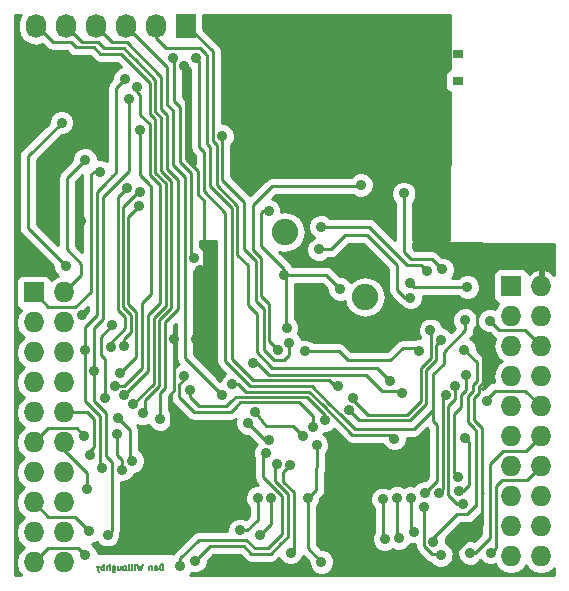
<source format=gbl>
%FSLAX46Y46*%
G04 Gerber Fmt 4.6, Leading zero omitted, Abs format (unit mm)*
G04 Created by KiCad (PCBNEW (2014-jul-16 BZR unknown)-product) date Thu 11 Sep 2014 01:41:01 PM MDT*
%MOMM*%
G01*
G04 APERTURE LIST*
%ADD10C,0.100000*%
%ADD11C,0.127000*%
%ADD12R,1.727200X1.727200*%
%ADD13O,1.727200X1.727200*%
%ADD14R,1.727200X2.032000*%
%ADD15O,1.727200X2.032000*%
%ADD16R,0.949960X0.795020*%
%ADD17O,2.235200X2.235200*%
%ADD18C,0.889000*%
%ADD19C,0.254000*%
G04 APERTURE END LIST*
D10*
D11*
X142076095Y-120699810D02*
X142076095Y-120191810D01*
X141955142Y-120191810D01*
X141882571Y-120216000D01*
X141834190Y-120264381D01*
X141809999Y-120312762D01*
X141785809Y-120409524D01*
X141785809Y-120482095D01*
X141809999Y-120578857D01*
X141834190Y-120627238D01*
X141882571Y-120675619D01*
X141955142Y-120699810D01*
X142076095Y-120699810D01*
X141350380Y-120699810D02*
X141350380Y-120433714D01*
X141374571Y-120385333D01*
X141422952Y-120361143D01*
X141519714Y-120361143D01*
X141568095Y-120385333D01*
X141350380Y-120675619D02*
X141398761Y-120699810D01*
X141519714Y-120699810D01*
X141568095Y-120675619D01*
X141592285Y-120627238D01*
X141592285Y-120578857D01*
X141568095Y-120530476D01*
X141519714Y-120506286D01*
X141398761Y-120506286D01*
X141350380Y-120482095D01*
X141108476Y-120361143D02*
X141108476Y-120699810D01*
X141108476Y-120409524D02*
X141084285Y-120385333D01*
X141035904Y-120361143D01*
X140963333Y-120361143D01*
X140914952Y-120385333D01*
X140890761Y-120433714D01*
X140890761Y-120699810D01*
X140310190Y-120191810D02*
X140189237Y-120699810D01*
X140092475Y-120336952D01*
X139995713Y-120699810D01*
X139874761Y-120191810D01*
X139681238Y-120699810D02*
X139681238Y-120361143D01*
X139681238Y-120191810D02*
X139705428Y-120216000D01*
X139681238Y-120240190D01*
X139657047Y-120216000D01*
X139681238Y-120191810D01*
X139681238Y-120240190D01*
X139366761Y-120699810D02*
X139415142Y-120675619D01*
X139439333Y-120627238D01*
X139439333Y-120191810D01*
X139100666Y-120699810D02*
X139149047Y-120675619D01*
X139173238Y-120627238D01*
X139173238Y-120191810D01*
X138834571Y-120699810D02*
X138882952Y-120675619D01*
X138907143Y-120651429D01*
X138931333Y-120603048D01*
X138931333Y-120457905D01*
X138907143Y-120409524D01*
X138882952Y-120385333D01*
X138834571Y-120361143D01*
X138762000Y-120361143D01*
X138713619Y-120385333D01*
X138689428Y-120409524D01*
X138665238Y-120457905D01*
X138665238Y-120603048D01*
X138689428Y-120651429D01*
X138713619Y-120675619D01*
X138762000Y-120699810D01*
X138834571Y-120699810D01*
X138229809Y-120361143D02*
X138229809Y-120699810D01*
X138447524Y-120361143D02*
X138447524Y-120627238D01*
X138423333Y-120675619D01*
X138374952Y-120699810D01*
X138302381Y-120699810D01*
X138254000Y-120675619D01*
X138229809Y-120651429D01*
X137770190Y-120361143D02*
X137770190Y-120772381D01*
X137794381Y-120820762D01*
X137818571Y-120844952D01*
X137866952Y-120869143D01*
X137939524Y-120869143D01*
X137987905Y-120844952D01*
X137770190Y-120675619D02*
X137818571Y-120699810D01*
X137915333Y-120699810D01*
X137963714Y-120675619D01*
X137987905Y-120651429D01*
X138012095Y-120603048D01*
X138012095Y-120457905D01*
X137987905Y-120409524D01*
X137963714Y-120385333D01*
X137915333Y-120361143D01*
X137818571Y-120361143D01*
X137770190Y-120385333D01*
X137528286Y-120699810D02*
X137528286Y-120191810D01*
X137310571Y-120699810D02*
X137310571Y-120433714D01*
X137334762Y-120385333D01*
X137383143Y-120361143D01*
X137455714Y-120361143D01*
X137504095Y-120385333D01*
X137528286Y-120409524D01*
X137068667Y-120699810D02*
X137068667Y-120191810D01*
X137068667Y-120385333D02*
X137020286Y-120361143D01*
X136923524Y-120361143D01*
X136875143Y-120385333D01*
X136850952Y-120409524D01*
X136826762Y-120457905D01*
X136826762Y-120603048D01*
X136850952Y-120651429D01*
X136875143Y-120675619D01*
X136923524Y-120699810D01*
X137020286Y-120699810D01*
X137068667Y-120675619D01*
X136657429Y-120361143D02*
X136536476Y-120699810D01*
X136415524Y-120361143D02*
X136536476Y-120699810D01*
X136584857Y-120820762D01*
X136609048Y-120844952D01*
X136657429Y-120869143D01*
D12*
X131090000Y-97190000D03*
D13*
X133630000Y-97190000D03*
X131090000Y-99730000D03*
X133630000Y-99730000D03*
X131090000Y-102270000D03*
X133630000Y-102270000D03*
X131090000Y-104810000D03*
X133630000Y-104810000D03*
X131090000Y-107350000D03*
X133630000Y-107350000D03*
X131090000Y-109890000D03*
X133630000Y-109890000D03*
X131090000Y-112430000D03*
X133630000Y-112430000D03*
X131090000Y-114970000D03*
X133630000Y-114970000D03*
X131090000Y-117510000D03*
X133630000Y-117510000D03*
X131090000Y-120050000D03*
X133630000Y-120050000D03*
D12*
X171505000Y-96645000D03*
D13*
X174045000Y-96645000D03*
X171505000Y-99185000D03*
X174045000Y-99185000D03*
X171505000Y-101725000D03*
X174045000Y-101725000D03*
X171505000Y-104265000D03*
X174045000Y-104265000D03*
X171505000Y-106805000D03*
X174045000Y-106805000D03*
X171505000Y-109345000D03*
X174045000Y-109345000D03*
X171505000Y-111885000D03*
X174045000Y-111885000D03*
X171505000Y-114425000D03*
X174045000Y-114425000D03*
X171505000Y-116965000D03*
X174045000Y-116965000D03*
X171505000Y-119505000D03*
X174045000Y-119505000D03*
D14*
X143970000Y-74620000D03*
D15*
X141430000Y-74620000D03*
X138890000Y-74620000D03*
X136350000Y-74620000D03*
X133810000Y-74620000D03*
X131270000Y-74620000D03*
D16*
X167039620Y-76999560D03*
X167039620Y-79250000D03*
D17*
X159140000Y-97570000D03*
X152350000Y-92080000D03*
D18*
X157730000Y-76650000D03*
X153990000Y-76590000D03*
X161260000Y-76830000D03*
X150220000Y-80760000D03*
X157600000Y-80720000D03*
X161280000Y-85100000D03*
X157640000Y-85060000D03*
X161230000Y-80770000D03*
X154050000Y-80790000D03*
X150210000Y-76570000D03*
X150350000Y-85020000D03*
X154050000Y-85010000D03*
X161060000Y-98620000D03*
X154080000Y-90260000D03*
X156530000Y-100320000D03*
X145880000Y-110670000D03*
X173070000Y-94640000D03*
X158620000Y-116870000D03*
X163650000Y-111940000D03*
X141890000Y-110640000D03*
X165440000Y-75440000D03*
X135200000Y-99130000D03*
X135060000Y-91160000D03*
X142980000Y-101100000D03*
X144820000Y-101110000D03*
X145170000Y-95290000D03*
X143800000Y-77980000D03*
X146600000Y-75600000D03*
X137260000Y-78480000D03*
X163990000Y-120240000D03*
X149240000Y-108230000D03*
X151040000Y-109650000D03*
X169710000Y-99570000D03*
X167630000Y-99520000D03*
X144850000Y-77310000D03*
X164240000Y-114140000D03*
X158800000Y-88075000D03*
X151810000Y-102070000D03*
X137760000Y-99980000D03*
X137140000Y-106160000D03*
X138430000Y-104050000D03*
X139990000Y-89900000D03*
X137950000Y-105090000D03*
X140100000Y-83450000D03*
X139450000Y-111440000D03*
X138200000Y-107800000D03*
X135840000Y-110970000D03*
X150050000Y-114600000D03*
X148530000Y-117330000D03*
X138120000Y-109150000D03*
X138560000Y-112190000D03*
X135380000Y-109300000D03*
X151170000Y-114600000D03*
X150240000Y-117730000D03*
X135620000Y-113850000D03*
X152740000Y-101460000D03*
X147050000Y-83950000D03*
X160660000Y-114700000D03*
X160800000Y-118060000D03*
X135800000Y-117400000D03*
X152850000Y-119210000D03*
X152820000Y-111770000D03*
X161850000Y-114610000D03*
X162000000Y-117970000D03*
X151690000Y-111710000D03*
X144750000Y-119890000D03*
X163290000Y-117440000D03*
X163030000Y-114610000D03*
X150740000Y-110780000D03*
X143520000Y-120390000D03*
X135430000Y-119400000D03*
X164680000Y-100390000D03*
X158160000Y-106100000D03*
X154720000Y-108540000D03*
X143800000Y-104260000D03*
X138710000Y-105880000D03*
X139810000Y-79760000D03*
X165590000Y-101220000D03*
X144360000Y-105450000D03*
X157830000Y-107170000D03*
X155720000Y-108020000D03*
X163720000Y-102150000D03*
X154040000Y-102180000D03*
X167070000Y-113990000D03*
X161640000Y-109560000D03*
X167590000Y-109490000D03*
X147920000Y-104960000D03*
X167030000Y-112850000D03*
X167700000Y-104170000D03*
X167450000Y-115070000D03*
X166780000Y-105080000D03*
X165560000Y-119420000D03*
X164130000Y-115390000D03*
X165390000Y-114130000D03*
X165980000Y-105840000D03*
X161240000Y-104680000D03*
X156890000Y-105130000D03*
X139540000Y-106610000D03*
X140340000Y-107430000D03*
X141810000Y-107920000D03*
X147070000Y-105910000D03*
X135440000Y-85950000D03*
X138780000Y-101740000D03*
X140120000Y-88700000D03*
X137620000Y-101770000D03*
X138990000Y-88320000D03*
X162240000Y-105700000D03*
X149620000Y-103170000D03*
X169440000Y-106390000D03*
X142880000Y-77340000D03*
X144670000Y-94290000D03*
X167540000Y-102020000D03*
X164910000Y-118280000D03*
X162420000Y-88810000D03*
X165690000Y-95230000D03*
X133830000Y-94950000D03*
X133450000Y-82800000D03*
X155250000Y-93550000D03*
X162990000Y-97620000D03*
X164410000Y-95390000D03*
X155420000Y-91620000D03*
X167820000Y-96730000D03*
X162950000Y-96410000D03*
X169770000Y-119210000D03*
X136910000Y-112040000D03*
X135430000Y-102060000D03*
X138840000Y-79110000D03*
X168040000Y-119230000D03*
X154290000Y-114610000D03*
X155450000Y-119990000D03*
X137350000Y-117700000D03*
X136210000Y-103800000D03*
X155050000Y-110120000D03*
X139160000Y-80790000D03*
X149820000Y-107290000D03*
X153900000Y-109350000D03*
X152500000Y-100180000D03*
X157040000Y-96910000D03*
X152250000Y-95675000D03*
X150975000Y-90275000D03*
X136680000Y-86950000D03*
D19*
X161260000Y-76830000D02*
X161250000Y-76830000D01*
X150210000Y-76570000D02*
X150240000Y-76570000D01*
X154060000Y-85000000D02*
X154060000Y-84990000D01*
X154050000Y-85010000D02*
X154060000Y-85000000D01*
X169075000Y-114165000D02*
X169075000Y-116915000D01*
X169075000Y-116915000D02*
X166600000Y-119390000D01*
X169150000Y-104440000D02*
X169150000Y-104796582D01*
X169060000Y-114150000D02*
X169075000Y-114165000D01*
X169075000Y-114165000D02*
X169100000Y-114190000D01*
X169060000Y-108680000D02*
X169060000Y-114150000D01*
X168400000Y-108020000D02*
X169060000Y-108680000D01*
X168400000Y-106100000D02*
X168400000Y-108020000D01*
X168760000Y-105740000D02*
X168400000Y-106100000D01*
X168760000Y-105186582D02*
X168760000Y-105740000D01*
X169150000Y-104796582D02*
X168760000Y-105186582D01*
X173070000Y-94640000D02*
X170140000Y-94640000D01*
X169150000Y-104440000D02*
X169190000Y-104480000D01*
X169150000Y-102140000D02*
X169150000Y-104440000D01*
X168600000Y-101590000D02*
X169150000Y-102140000D01*
X168600000Y-98760000D02*
X168600000Y-101590000D01*
X168950000Y-98410000D02*
X168600000Y-98760000D01*
X168950000Y-95830000D02*
X168950000Y-98410000D01*
X170140000Y-94640000D02*
X168950000Y-95830000D01*
X145870000Y-110680000D02*
X145870000Y-110700000D01*
X145880000Y-110670000D02*
X145870000Y-110680000D01*
X173070000Y-94640000D02*
X173050000Y-94660000D01*
X173050000Y-94660000D02*
X173050000Y-94700000D01*
X156530000Y-100320000D02*
X156560000Y-100320000D01*
X141890000Y-110640000D02*
X141900000Y-110630000D01*
X142740000Y-109790000D02*
X141890000Y-110640000D01*
X142740000Y-105740000D02*
X142740000Y-109790000D01*
X142962798Y-105517202D02*
X142740000Y-105740000D01*
X135200000Y-99130000D02*
X135210000Y-99130000D01*
X135060000Y-91160000D02*
X135070000Y-91170000D01*
X142980000Y-101100000D02*
X142962798Y-101082798D01*
X142962798Y-101082798D02*
X142962798Y-100974404D01*
X142962798Y-100974404D02*
X142962798Y-105517202D01*
X144820000Y-95420000D02*
X144820000Y-101110000D01*
X144950000Y-95290000D02*
X144820000Y-95420000D01*
X145170000Y-95290000D02*
X144950000Y-95290000D01*
X144000000Y-78890000D02*
X144000000Y-82750000D01*
X143800000Y-78690000D02*
X144000000Y-78890000D01*
X145230000Y-95290000D02*
X145490000Y-95030000D01*
X145170000Y-95290000D02*
X145230000Y-95290000D01*
X144000000Y-85910000D02*
X144000000Y-82750000D01*
X145012798Y-86922798D02*
X144000000Y-85910000D01*
X145012798Y-88925596D02*
X145012798Y-86922798D01*
X145490000Y-89402798D02*
X145012798Y-88925596D01*
X145490000Y-95030000D02*
X145490000Y-89402798D01*
X143800000Y-77980000D02*
X143800000Y-78690000D01*
X146600000Y-75600000D02*
X146600000Y-75590000D01*
X166600000Y-120510000D02*
X166100000Y-121010000D01*
X166100000Y-121010000D02*
X164760000Y-121010000D01*
X164760000Y-121010000D02*
X163990000Y-120240000D01*
X166600000Y-119390000D02*
X166600000Y-120510000D01*
X150660000Y-109650000D02*
X151040000Y-109650000D01*
X149240000Y-108230000D02*
X150660000Y-109650000D01*
X149415000Y-105115000D02*
X154645000Y-105115000D01*
X154645000Y-105115000D02*
X156130000Y-106600000D01*
X164890000Y-105690000D02*
X164890000Y-104120000D01*
X172710000Y-100390000D02*
X174045000Y-101725000D01*
X170530000Y-100390000D02*
X172710000Y-100390000D01*
X169710000Y-99570000D02*
X170530000Y-100390000D01*
X167630000Y-100400000D02*
X167630000Y-99520000D01*
X165790000Y-102240000D02*
X167630000Y-100400000D01*
X165790000Y-103220000D02*
X165790000Y-102240000D01*
X164890000Y-104120000D02*
X165790000Y-103220000D01*
X164890000Y-107110000D02*
X164890000Y-106150000D01*
X164890000Y-106150000D02*
X164890000Y-105690000D01*
X158270000Y-108740000D02*
X162720000Y-108740000D01*
X157080000Y-107550000D02*
X158270000Y-108740000D01*
X162720000Y-108740000D02*
X163230000Y-108740000D01*
X149415000Y-105115000D02*
X147285000Y-102985000D01*
X147285000Y-94435000D02*
X147285000Y-102985000D01*
X145110000Y-79220000D02*
X145110000Y-84910000D01*
X145110000Y-84910000D02*
X145470000Y-85270000D01*
X145470000Y-85270000D02*
X145470000Y-88620000D01*
X145470000Y-88620000D02*
X147270000Y-90420000D01*
X147270000Y-90420000D02*
X147270000Y-94420000D01*
X147270000Y-94420000D02*
X147285000Y-94435000D01*
X163260000Y-108740000D02*
X164890000Y-107110000D01*
X163230000Y-108740000D02*
X163260000Y-108740000D01*
X165220000Y-113160000D02*
X164240000Y-114140000D01*
X164890000Y-108090000D02*
X164890000Y-107110000D01*
X165220000Y-108420000D02*
X164890000Y-108090000D01*
X165220000Y-113160000D02*
X165220000Y-108420000D01*
X156130000Y-106600000D02*
X157080000Y-107550000D01*
X145110000Y-77570000D02*
X144850000Y-77310000D01*
X145110000Y-79220000D02*
X145110000Y-77570000D01*
X137120000Y-103320000D02*
X137120000Y-102790000D01*
X136800000Y-100940000D02*
X137760000Y-99980000D01*
X136800000Y-102470000D02*
X136800000Y-100940000D01*
X137120000Y-102790000D02*
X136800000Y-102470000D01*
X151025000Y-100375000D02*
X151025000Y-101285000D01*
X151025000Y-99955000D02*
X151025000Y-98200000D01*
X151025000Y-98200000D02*
X150350000Y-97525000D01*
X150350000Y-97525000D02*
X150350000Y-94300000D01*
X150350000Y-94300000D02*
X149625000Y-93575000D01*
X149625000Y-93575000D02*
X149625000Y-89825000D01*
X149625000Y-89825000D02*
X150450000Y-89000000D01*
X151260000Y-88190000D02*
X158685000Y-88190000D01*
X158685000Y-88190000D02*
X158800000Y-88075000D01*
X150450000Y-89000000D02*
X151260000Y-88190000D01*
X151025000Y-99955000D02*
X151025000Y-100375000D01*
X151025000Y-101285000D02*
X151810000Y-102070000D01*
X137120000Y-106140000D02*
X137120000Y-103320000D01*
X137140000Y-106160000D02*
X137120000Y-106140000D01*
X139792798Y-102687202D02*
X138430000Y-104050000D01*
X139792798Y-98832798D02*
X139792798Y-102687202D01*
X139114404Y-98154404D02*
X139792798Y-98832798D01*
X139114404Y-90775596D02*
X139114404Y-98154404D01*
X139990000Y-89900000D02*
X139114404Y-90775596D01*
X140250000Y-98100000D02*
X140250000Y-98890000D01*
X141030000Y-97320000D02*
X140250000Y-98100000D01*
X141030000Y-88230000D02*
X141030000Y-97320000D01*
X138740000Y-105090000D02*
X137950000Y-105090000D01*
X140250000Y-103580000D02*
X138740000Y-105090000D01*
X140250000Y-98890000D02*
X140250000Y-103580000D01*
X140730000Y-87930000D02*
X141030000Y-88230000D01*
X140100000Y-83450000D02*
X140080000Y-83470000D01*
X140080000Y-83470000D02*
X140080000Y-87280000D01*
X140080000Y-87280000D02*
X140730000Y-87930000D01*
X139450000Y-111440000D02*
X139210000Y-111200000D01*
X139210000Y-111200000D02*
X139210000Y-108810000D01*
X139210000Y-108810000D02*
X138200000Y-107800000D01*
X149150000Y-117330000D02*
X150050000Y-116430000D01*
X150050000Y-116430000D02*
X150050000Y-114600000D01*
X148530000Y-117330000D02*
X149150000Y-117330000D01*
X135840000Y-110600000D02*
X136170000Y-110270000D01*
X136170000Y-110270000D02*
X136170000Y-107930000D01*
X136170000Y-107930000D02*
X135590000Y-107350000D01*
X135590000Y-107350000D02*
X133630000Y-107350000D01*
X135840000Y-110970000D02*
X135840000Y-110600000D01*
X138560000Y-111410000D02*
X138560000Y-112190000D01*
X138120000Y-110970000D02*
X138560000Y-111410000D01*
X138120000Y-109150000D02*
X138120000Y-110970000D01*
X132300000Y-108680000D02*
X131090000Y-109890000D01*
X135380000Y-109300000D02*
X134760000Y-108680000D01*
X134760000Y-108680000D02*
X132300000Y-108680000D01*
X151170000Y-116800000D02*
X150610000Y-117360000D01*
X150610000Y-117360000D02*
X150240000Y-117730000D01*
X151170000Y-116800000D02*
X150240000Y-117730000D01*
X151170000Y-114600000D02*
X151170000Y-116800000D01*
X133630000Y-110500000D02*
X133630000Y-109890000D01*
X135620000Y-112490000D02*
X133630000Y-110500000D01*
X135620000Y-113850000D02*
X135620000Y-112490000D01*
X151990000Y-102930000D02*
X152260000Y-102930000D01*
X152740000Y-102450000D02*
X152740000Y-101460000D01*
X152260000Y-102930000D02*
X152740000Y-102450000D01*
X151420000Y-102930000D02*
X151990000Y-102930000D01*
X147050000Y-87675000D02*
X147050000Y-83950000D01*
X148900000Y-89525000D02*
X147050000Y-87675000D01*
X148900000Y-93550000D02*
X148900000Y-89525000D01*
X149875000Y-94525000D02*
X148900000Y-93550000D01*
X149875000Y-97950000D02*
X149875000Y-94525000D01*
X150550000Y-98625000D02*
X149875000Y-97950000D01*
X150550000Y-102075000D02*
X150550000Y-98625000D01*
X150565000Y-102075000D02*
X151420000Y-102930000D01*
X150550000Y-102075000D02*
X150565000Y-102075000D01*
X160660000Y-117920000D02*
X160800000Y-118060000D01*
X160660000Y-114700000D02*
X160660000Y-117920000D01*
X135800000Y-117400000D02*
X134590000Y-116190000D01*
X134590000Y-116190000D02*
X132310000Y-116190000D01*
X132310000Y-116190000D02*
X131090000Y-114970000D01*
X153120000Y-118940000D02*
X152850000Y-119210000D01*
X153120000Y-114110000D02*
X153120000Y-118940000D01*
X152210000Y-113200000D02*
X153120000Y-114110000D01*
X152210000Y-112380000D02*
X152210000Y-113200000D01*
X152820000Y-111770000D02*
X152210000Y-112380000D01*
X161850000Y-117820000D02*
X162000000Y-117970000D01*
X161850000Y-114610000D02*
X161850000Y-117820000D01*
X152070000Y-118420000D02*
X152620000Y-117870000D01*
X152620000Y-117870000D02*
X152620000Y-117900000D01*
X151523291Y-111876709D02*
X151523291Y-113186709D01*
X151690000Y-111710000D02*
X151523291Y-111876709D01*
X151523291Y-113186709D02*
X152160000Y-113823418D01*
X152160000Y-113823418D02*
X152620000Y-114283418D01*
X152620000Y-114283418D02*
X152620000Y-117900000D01*
X152070000Y-118420000D02*
X151190000Y-119300000D01*
X151190000Y-119300000D02*
X149500000Y-119300000D01*
X149500000Y-119300000D02*
X148860000Y-118660000D01*
X148860000Y-118660000D02*
X145980000Y-118660000D01*
X145980000Y-118660000D02*
X144750000Y-119890000D01*
X163030000Y-114610000D02*
X163030000Y-117180000D01*
X163030000Y-117180000D02*
X163290000Y-117440000D01*
X150740000Y-110780000D02*
X150520000Y-111000000D01*
X150520000Y-111000000D02*
X150520000Y-112840000D01*
X150520000Y-112840000D02*
X152140000Y-114460000D01*
X152140000Y-114460000D02*
X152140000Y-117600000D01*
X152140000Y-117600000D02*
X150910000Y-118830000D01*
X150910000Y-118830000D02*
X149810000Y-118830000D01*
X149810000Y-118830000D02*
X149090000Y-118110000D01*
X149090000Y-118110000D02*
X145120000Y-118110000D01*
X145120000Y-118110000D02*
X143520000Y-119710000D01*
X143520000Y-119710000D02*
X143520000Y-120390000D01*
X135430000Y-119400000D02*
X134830000Y-118800000D01*
X134830000Y-118800000D02*
X132340000Y-118800000D01*
X132340000Y-118800000D02*
X131090000Y-120050000D01*
X148192798Y-106877202D02*
X148192798Y-106874404D01*
X154720000Y-107660000D02*
X154720000Y-108540000D01*
X153557202Y-106497202D02*
X154720000Y-107660000D01*
X148570000Y-106497202D02*
X153557202Y-106497202D01*
X148192798Y-106874404D02*
X148570000Y-106497202D01*
X163862798Y-105097202D02*
X163862798Y-103577202D01*
X164710000Y-100420000D02*
X164680000Y-100390000D01*
X164710000Y-102730000D02*
X164710000Y-100420000D01*
X163862798Y-103577202D02*
X164710000Y-102730000D01*
X158160000Y-106280000D02*
X159420000Y-107540000D01*
X163862798Y-105840000D02*
X163862798Y-106417202D01*
X163862798Y-106417202D02*
X162740000Y-107540000D01*
X162740000Y-107540000D02*
X159420000Y-107540000D01*
X163862798Y-105097202D02*
X163862798Y-105840000D01*
X158160000Y-106100000D02*
X158160000Y-106280000D01*
X174045000Y-99185000D02*
X174005000Y-99185000D01*
X147776709Y-107293291D02*
X148192798Y-106877202D01*
X147417202Y-107290000D02*
X147420493Y-107293291D01*
X147420493Y-107293291D02*
X147720000Y-107293291D01*
X144630000Y-107290000D02*
X147417202Y-107290000D01*
X144630000Y-107290000D02*
X143420000Y-106080000D01*
X143800000Y-104260000D02*
X143800000Y-104560000D01*
X143420000Y-104940000D02*
X143420000Y-106080000D01*
X143800000Y-104560000D02*
X143420000Y-104940000D01*
X147720000Y-107293291D02*
X147776709Y-107293291D01*
X140750000Y-99117202D02*
X140750000Y-103840000D01*
X141760000Y-98107202D02*
X140750000Y-99117202D01*
X140750000Y-103840000D02*
X138710000Y-105880000D01*
X139810000Y-80180000D02*
X140120000Y-80490000D01*
X140120000Y-80490000D02*
X140120000Y-82140000D01*
X140120000Y-82140000D02*
X140920000Y-82940000D01*
X140920000Y-82940000D02*
X140920000Y-87270000D01*
X140920000Y-87270000D02*
X141760000Y-88110000D01*
X141760000Y-88110000D02*
X141760000Y-98107202D01*
X139810000Y-79760000D02*
X139810000Y-80180000D01*
X155720000Y-108020000D02*
X155720000Y-107546582D01*
X148190000Y-106040000D02*
X147810000Y-106420000D01*
X154213418Y-106040000D02*
X148190000Y-106040000D01*
X155720000Y-107546582D02*
X154213418Y-106040000D01*
X164320000Y-105440000D02*
X164320000Y-103766582D01*
X165167202Y-101642798D02*
X165590000Y-101220000D01*
X165167202Y-102919380D02*
X165167202Y-101642798D01*
X164320000Y-103766582D02*
X165167202Y-102919380D01*
X144360000Y-106080000D02*
X144765000Y-106485000D01*
X144360000Y-105450000D02*
X144360000Y-106080000D01*
X144765000Y-106495000D02*
X145090000Y-106820000D01*
X145090000Y-106820000D02*
X147120000Y-106820000D01*
X144765000Y-106485000D02*
X144765000Y-106495000D01*
X147410000Y-106820000D02*
X147810000Y-106420000D01*
X147120000Y-106820000D02*
X147410000Y-106820000D01*
X164320000Y-106240000D02*
X164320000Y-106606582D01*
X164320000Y-106606582D02*
X162929380Y-107997202D01*
X158657202Y-107997202D02*
X157830000Y-107170000D01*
X162929380Y-107997202D02*
X158657202Y-107997202D01*
X164320000Y-105750000D02*
X164320000Y-105440000D01*
X164320000Y-106240000D02*
X164320000Y-105750000D01*
X154040000Y-102180000D02*
X156920000Y-102180000D01*
X156920000Y-102180000D02*
X157680000Y-102940000D01*
X159990000Y-102940000D02*
X161280000Y-102940000D01*
X163470000Y-101900000D02*
X163720000Y-102150000D01*
X162320000Y-101900000D02*
X163470000Y-101900000D01*
X161280000Y-102940000D02*
X162320000Y-101900000D01*
X159990000Y-102940000D02*
X159760000Y-102940000D01*
X157680000Y-102940000D02*
X159760000Y-102940000D01*
X167070000Y-113990000D02*
X167470000Y-113990000D01*
X167470000Y-113990000D02*
X167970000Y-113490000D01*
X147920000Y-104960000D02*
X148420000Y-104960000D01*
X154400000Y-105580000D02*
X155550000Y-106730000D01*
X149040000Y-105580000D02*
X154400000Y-105580000D01*
X148420000Y-104960000D02*
X149040000Y-105580000D01*
X161320000Y-109240000D02*
X161640000Y-109560000D01*
X158060000Y-109240000D02*
X161320000Y-109240000D01*
X155550000Y-106730000D02*
X158060000Y-109240000D01*
X167590000Y-109490000D02*
X167970000Y-109870000D01*
X167970000Y-109870000D02*
X167970000Y-113490000D01*
X167260000Y-106580000D02*
X167260000Y-106870000D01*
X166670000Y-112490000D02*
X167030000Y-112850000D01*
X166670000Y-107460000D02*
X166670000Y-112490000D01*
X167260000Y-106870000D02*
X166670000Y-107460000D01*
X167700000Y-104170000D02*
X167700000Y-105470000D01*
X167260000Y-105910000D02*
X167260000Y-106580000D01*
X167700000Y-105470000D02*
X167260000Y-105910000D01*
X166780000Y-105080000D02*
X166780000Y-106230000D01*
X166930000Y-115070000D02*
X167450000Y-115070000D01*
X166187202Y-114327202D02*
X166930000Y-115070000D01*
X166187202Y-106822798D02*
X166187202Y-114327202D01*
X166780000Y-106230000D02*
X166187202Y-106822798D01*
X164800000Y-119330000D02*
X165470000Y-119330000D01*
X165470000Y-119330000D02*
X165560000Y-119420000D01*
X164130000Y-115390000D02*
X164130000Y-118660000D01*
X164130000Y-118660000D02*
X164800000Y-119330000D01*
X165730000Y-113600000D02*
X165730000Y-113790000D01*
X165730000Y-113790000D02*
X165390000Y-114130000D01*
X165730000Y-113540000D02*
X165730000Y-113600000D01*
X165980000Y-105840000D02*
X165960000Y-105840000D01*
X165730000Y-106070000D02*
X165730000Y-113540000D01*
X165960000Y-105840000D02*
X165730000Y-106070000D01*
X156315596Y-103570000D02*
X151310000Y-103570000D01*
X151310000Y-103570000D02*
X151120000Y-103380000D01*
X156880000Y-103570000D02*
X156315596Y-103570000D01*
X146240000Y-80490000D02*
X146240000Y-76880000D01*
X146240000Y-84360000D02*
X146240000Y-80990000D01*
X146592798Y-84712798D02*
X146240000Y-84360000D01*
X146592798Y-88132798D02*
X146592798Y-84712798D01*
X148340000Y-89880000D02*
X146592798Y-88132798D01*
X148340000Y-94010000D02*
X148340000Y-89880000D01*
X149230000Y-94900000D02*
X148340000Y-94010000D01*
X149230000Y-98250000D02*
X149230000Y-94900000D01*
X149959209Y-98979209D02*
X149230000Y-98250000D01*
X149959209Y-102219209D02*
X149959209Y-98979209D01*
X151120000Y-103380000D02*
X149959209Y-102219209D01*
X146240000Y-80990000D02*
X146240000Y-80490000D01*
X156880000Y-103570000D02*
X160130000Y-103570000D01*
X160130000Y-103570000D02*
X161240000Y-104680000D01*
X144100000Y-74620000D02*
X143970000Y-74620000D01*
X146240000Y-76760000D02*
X144100000Y-74620000D01*
X146240000Y-76880000D02*
X146240000Y-76760000D01*
X156890000Y-105130000D02*
X156642798Y-105130000D01*
X156120596Y-104607798D02*
X149650000Y-104607798D01*
X156642798Y-105130000D02*
X156120596Y-104607798D01*
X149650000Y-104600000D02*
X149650000Y-104607798D01*
X145750000Y-80750000D02*
X145750000Y-77100000D01*
X145750000Y-77100000D02*
X145700000Y-77050000D01*
X144430000Y-76530000D02*
X145190000Y-76530000D01*
X144430000Y-76530000D02*
X142950000Y-76530000D01*
X145190000Y-76530000D02*
X145700000Y-77040000D01*
X145700000Y-77040000D02*
X145700000Y-77050000D01*
X145750000Y-84640000D02*
X145750000Y-80750000D01*
X146020000Y-84910000D02*
X145750000Y-84640000D01*
X146020000Y-88206582D02*
X146020000Y-84910000D01*
X147882798Y-90069380D02*
X146020000Y-88206582D01*
X147882798Y-94199380D02*
X147882798Y-90069380D01*
X147882798Y-94199380D02*
X147882798Y-102420000D01*
X149650000Y-104600000D02*
X147880000Y-102830000D01*
X147880000Y-102830000D02*
X147880000Y-102420000D01*
X147880000Y-102420000D02*
X147882798Y-102420000D01*
X142280000Y-76530000D02*
X141430000Y-75680000D01*
X141430000Y-75680000D02*
X141430000Y-74620000D01*
X142950000Y-76530000D02*
X142280000Y-76530000D01*
X141240000Y-99337202D02*
X141240000Y-104910000D01*
X142280000Y-98297202D02*
X141240000Y-99337202D01*
X141240000Y-104910000D02*
X139540000Y-106610000D01*
X139422798Y-77950000D02*
X138990000Y-77517202D01*
X131340000Y-74620000D02*
X132710000Y-75990000D01*
X131270000Y-74620000D02*
X131340000Y-74620000D01*
X138460000Y-76987202D02*
X136730000Y-76987202D01*
X136730000Y-76987202D02*
X136170000Y-76427202D01*
X136170000Y-76427202D02*
X134647202Y-76427202D01*
X134647202Y-76427202D02*
X134210000Y-75990000D01*
X134210000Y-75990000D02*
X132710000Y-75990000D01*
X138990000Y-77517202D02*
X138460000Y-76987202D01*
X139430000Y-77950000D02*
X140910000Y-79430000D01*
X140910000Y-79430000D02*
X140910000Y-82060000D01*
X140910000Y-82060000D02*
X141378291Y-82528291D01*
X141378291Y-82528291D02*
X141378291Y-87038291D01*
X141378291Y-87038291D02*
X142280000Y-87940000D01*
X142280000Y-87940000D02*
X142280000Y-98297202D01*
X139422798Y-77950000D02*
X139430000Y-77950000D01*
X141730000Y-99493784D02*
X141730000Y-105100000D01*
X142740000Y-98483784D02*
X141730000Y-99493784D01*
X139640000Y-77430000D02*
X139270000Y-77060000D01*
X140510000Y-106320000D02*
X141730000Y-105100000D01*
X140510000Y-107260000D02*
X140510000Y-106320000D01*
X140340000Y-107430000D02*
X140510000Y-107260000D01*
X133810000Y-75353418D02*
X133810000Y-74620000D01*
X139270000Y-77057202D02*
X138742798Y-76530000D01*
X138742798Y-76530000D02*
X137080000Y-76530000D01*
X137080000Y-76530000D02*
X136520000Y-75970000D01*
X136520000Y-75970000D02*
X135160000Y-75970000D01*
X135160000Y-75970000D02*
X133810000Y-74620000D01*
X139270000Y-77060000D02*
X139270000Y-77057202D01*
X141400000Y-79190000D02*
X141400000Y-81900000D01*
X141400000Y-81900000D02*
X141860000Y-82360000D01*
X141860000Y-82360000D02*
X141860000Y-86873418D01*
X141860000Y-86873418D02*
X142740000Y-87753418D01*
X142740000Y-87753418D02*
X142740000Y-98483784D01*
X139640000Y-77430000D02*
X141400000Y-79190000D01*
X142200000Y-99670366D02*
X142200000Y-105276582D01*
X143290000Y-98580366D02*
X142200000Y-99670366D01*
X141810000Y-105666582D02*
X142200000Y-105276582D01*
X141810000Y-107920000D02*
X141810000Y-105666582D01*
X137720000Y-76020000D02*
X138540000Y-76020000D01*
X136350000Y-74650000D02*
X137720000Y-76020000D01*
X136350000Y-74620000D02*
X136350000Y-74650000D01*
X138960000Y-76020000D02*
X141870000Y-78930000D01*
X141870000Y-78930000D02*
X141870000Y-81650000D01*
X141870000Y-81650000D02*
X142381582Y-82161582D01*
X142381582Y-82161582D02*
X142381582Y-86731582D01*
X142381582Y-86731582D02*
X143290000Y-87640000D01*
X143290000Y-87640000D02*
X143290000Y-98580366D01*
X138540000Y-76020000D02*
X138960000Y-76020000D01*
X143890000Y-96400000D02*
X143890000Y-87420000D01*
X143890000Y-87420000D02*
X142880000Y-86410000D01*
X142880000Y-86410000D02*
X142880000Y-81800000D01*
X142880000Y-81800000D02*
X142340000Y-81260000D01*
X142340000Y-81260000D02*
X142340000Y-78070000D01*
X142340000Y-78070000D02*
X138890000Y-74620000D01*
X143890000Y-102730000D02*
X147070000Y-105910000D01*
X143890000Y-96400000D02*
X143890000Y-102730000D01*
X135110000Y-94760000D02*
X135110000Y-95710000D01*
X133900000Y-93550000D02*
X135110000Y-94760000D01*
X133900000Y-87490000D02*
X133900000Y-93550000D01*
X135440000Y-85950000D02*
X133900000Y-87490000D01*
X135110000Y-95710000D02*
X133630000Y-97190000D01*
X138657202Y-90650000D02*
X138657202Y-98417202D01*
X139320000Y-99593418D02*
X139320000Y-100520000D01*
X139320000Y-99593418D02*
X139320000Y-99080000D01*
X139320000Y-100520000D02*
X139320000Y-100550000D01*
X138780000Y-101090000D02*
X138780000Y-101740000D01*
X139320000Y-100550000D02*
X138780000Y-101090000D01*
X138657202Y-98417202D02*
X139320000Y-99080000D01*
X139930000Y-88700000D02*
X138657202Y-89972798D01*
X138657202Y-89972798D02*
X138657202Y-90650000D01*
X140120000Y-88700000D02*
X139930000Y-88700000D01*
X137620000Y-101440000D02*
X138820000Y-100240000D01*
X137620000Y-101770000D02*
X137620000Y-101440000D01*
X138820000Y-100240000D02*
X138820000Y-100130000D01*
X138820000Y-100130000D02*
X138820000Y-100240000D01*
X138820000Y-99270000D02*
X138820000Y-100130000D01*
X138200000Y-89470000D02*
X138200000Y-98650000D01*
X138200000Y-98650000D02*
X138820000Y-99270000D01*
X138990000Y-88320000D02*
X138200000Y-89110000D01*
X138200000Y-89110000D02*
X138200000Y-89470000D01*
X169440000Y-106390000D02*
X169440000Y-106170000D01*
X169440000Y-106170000D02*
X170120000Y-105490000D01*
X159400000Y-104350000D02*
X159190000Y-104140000D01*
X160580000Y-105510000D02*
X162050000Y-105510000D01*
X162050000Y-105510000D02*
X162240000Y-105700000D01*
X159420000Y-104350000D02*
X160580000Y-105510000D01*
X159400000Y-104350000D02*
X159420000Y-104350000D01*
X150023784Y-103170000D02*
X150850000Y-103996216D01*
X149620000Y-103170000D02*
X150023784Y-103170000D01*
X159190000Y-104140000D02*
X150990000Y-104140000D01*
X150990000Y-104140000D02*
X150850000Y-104000000D01*
X150850000Y-104000000D02*
X150850000Y-103996216D01*
X169440000Y-106390000D02*
X169460000Y-106370000D01*
X169460000Y-106370000D02*
X169460000Y-106350000D01*
X170120000Y-105490000D02*
X172730000Y-105490000D01*
X172730000Y-105490000D02*
X174045000Y-106805000D01*
X143480000Y-81470000D02*
X142990000Y-80980000D01*
X143480000Y-86140000D02*
X143480000Y-81470000D01*
X144440000Y-87100000D02*
X143480000Y-86140000D01*
X144670000Y-94290000D02*
X144440000Y-94060000D01*
X144440000Y-94060000D02*
X144670000Y-94290000D01*
X144440000Y-87100000D02*
X144440000Y-94060000D01*
X142990000Y-77450000D02*
X142880000Y-77340000D01*
X142990000Y-80980000D02*
X142990000Y-77450000D01*
X168250000Y-105050000D02*
X168250000Y-105566582D01*
X167829690Y-105986892D02*
X167829690Y-105987512D01*
X168250000Y-105566582D02*
X167829690Y-105986892D01*
X167829690Y-105987512D02*
X167830000Y-105987202D01*
X167830000Y-108190000D02*
X168250000Y-108610000D01*
X167830000Y-105987202D02*
X167830000Y-108190000D01*
X168610000Y-104690000D02*
X168250000Y-105050000D01*
X168610000Y-104040000D02*
X168610000Y-104690000D01*
X167540000Y-102020000D02*
X168610000Y-103090000D01*
X168610000Y-103090000D02*
X168610000Y-104040000D01*
X168540000Y-108900000D02*
X168540000Y-115250000D01*
X168480000Y-115300000D02*
X168480000Y-115310000D01*
X168490000Y-115300000D02*
X168480000Y-115300000D01*
X168540000Y-115250000D02*
X168490000Y-115300000D01*
X164910000Y-118280000D02*
X164910000Y-117990000D01*
X164910000Y-117990000D02*
X166930000Y-115970000D01*
X166930000Y-115970000D02*
X167820000Y-115970000D01*
X167820000Y-115970000D02*
X168480000Y-115310000D01*
X168250000Y-108610000D02*
X168540000Y-108900000D01*
X162420000Y-88810000D02*
X162420000Y-93750000D01*
X162420000Y-93750000D02*
X163020000Y-94350000D01*
X164810000Y-94350000D02*
X165690000Y-95230000D01*
X163020000Y-94350000D02*
X164810000Y-94350000D01*
X133830000Y-94950000D02*
X130580000Y-91700000D01*
X130580000Y-91700000D02*
X130580000Y-85670000D01*
X130580000Y-85670000D02*
X133450000Y-82800000D01*
X155250000Y-93550000D02*
X156230000Y-93550000D01*
X156230000Y-93550000D02*
X157480000Y-92300000D01*
X162990000Y-97620000D02*
X162500000Y-97620000D01*
X159280000Y-92300000D02*
X157480000Y-92300000D01*
X161843418Y-94863418D02*
X159280000Y-92300000D01*
X161843418Y-96963418D02*
X161843418Y-94863418D01*
X162500000Y-97620000D02*
X161843418Y-96963418D01*
X164410000Y-95390000D02*
X163890000Y-94870000D01*
X159460000Y-91620000D02*
X155420000Y-91620000D01*
X162710000Y-94870000D02*
X159460000Y-91620000D01*
X163890000Y-94870000D02*
X162710000Y-94870000D01*
X163270000Y-96730000D02*
X167820000Y-96730000D01*
X162950000Y-96410000D02*
X163270000Y-96730000D01*
X138085000Y-87035000D02*
X138075000Y-87035000D01*
X138075000Y-87035000D02*
X137750000Y-87360000D01*
X169770000Y-119210000D02*
X169820000Y-119210000D01*
X170210000Y-118820000D02*
X170210000Y-114530000D01*
X169820000Y-119210000D02*
X170210000Y-118820000D01*
X172830000Y-113100000D02*
X174045000Y-111885000D01*
X170720000Y-113100000D02*
X172830000Y-113100000D01*
X170210000Y-113610000D02*
X170720000Y-113100000D01*
X170210000Y-114300000D02*
X170210000Y-113610000D01*
X170210000Y-114300000D02*
X170210000Y-114530000D01*
X135430000Y-102300000D02*
X135430000Y-101190000D01*
X135430000Y-100520000D02*
X135430000Y-100200000D01*
X135430000Y-101190000D02*
X135430000Y-100520000D01*
X135430000Y-106380000D02*
X136700000Y-107650000D01*
X136700000Y-107650000D02*
X136700000Y-111830000D01*
X136700000Y-111830000D02*
X136910000Y-112040000D01*
X135430000Y-102300000D02*
X135430000Y-106380000D01*
X135430000Y-100520000D02*
X135430000Y-102060000D01*
X137750000Y-87370000D02*
X137090000Y-88030000D01*
X137750000Y-87360000D02*
X137750000Y-87370000D01*
X138085000Y-83180000D02*
X138085000Y-87035000D01*
X138840000Y-79110000D02*
X138085000Y-79865000D01*
X138085000Y-79865000D02*
X138085000Y-83155000D01*
X138085000Y-83155000D02*
X138060000Y-83180000D01*
X138060000Y-83180000D02*
X138085000Y-83180000D01*
X135430000Y-100080000D02*
X136450000Y-99060000D01*
X136450000Y-99060000D02*
X136450000Y-88670000D01*
X136450000Y-88670000D02*
X137090000Y-88030000D01*
X135430000Y-100200000D02*
X135430000Y-100080000D01*
X169710000Y-114320000D02*
X169710000Y-117990000D01*
X169710000Y-117990000D02*
X169252798Y-118447202D01*
X168040000Y-119230000D02*
X168470000Y-119230000D01*
X168470000Y-119230000D02*
X169252798Y-118447202D01*
X169710000Y-114320000D02*
X169710000Y-111730000D01*
X172800000Y-110590000D02*
X174045000Y-109345000D01*
X170850000Y-110590000D02*
X172800000Y-110590000D01*
X169710000Y-111730000D02*
X170850000Y-110590000D01*
X154290000Y-118830000D02*
X155450000Y-119990000D01*
X154290000Y-114610000D02*
X154290000Y-118830000D01*
X137350000Y-117700000D02*
X137730000Y-117320000D01*
X137730000Y-117320000D02*
X137730000Y-111560000D01*
X137730000Y-111560000D02*
X137230000Y-111060000D01*
X137230000Y-111060000D02*
X137230000Y-107410000D01*
X137230000Y-107410000D02*
X136210000Y-106390000D01*
X136210000Y-106390000D02*
X136210000Y-103800000D01*
X155050000Y-110120000D02*
X155060000Y-110110000D01*
X155020000Y-113880000D02*
X154290000Y-114610000D01*
X155050000Y-110120000D02*
X155020000Y-113880000D01*
X136210000Y-103800000D02*
X136210000Y-100840000D01*
X139160000Y-80790000D02*
X139160000Y-86867202D01*
X136920000Y-99460000D02*
X136920000Y-89107202D01*
X136920000Y-89107202D02*
X139160000Y-86867202D01*
X136210000Y-100170000D02*
X136920000Y-99460000D01*
X136210000Y-100840000D02*
X136210000Y-100170000D01*
X153020000Y-108470000D02*
X153900000Y-109350000D01*
X150790000Y-108470000D02*
X153020000Y-108470000D01*
X149820000Y-107290000D02*
X150790000Y-108470000D01*
X150975000Y-90275000D02*
X150485000Y-90275000D01*
X152250000Y-95180000D02*
X152250000Y-95675000D01*
X150320000Y-93250000D02*
X152250000Y-95180000D01*
X150320000Y-90440000D02*
X150320000Y-93250000D01*
X150485000Y-90275000D02*
X150320000Y-90440000D01*
X152500000Y-100180000D02*
X152440000Y-100120000D01*
X152440000Y-100120000D02*
X152440000Y-95865000D01*
X152440000Y-95865000D02*
X152250000Y-95675000D01*
X155805000Y-95675000D02*
X152250000Y-95675000D01*
X157040000Y-96910000D02*
X155805000Y-95675000D01*
X132330000Y-98430000D02*
X131090000Y-97190000D01*
X134630000Y-98430000D02*
X132330000Y-98430000D01*
X136180000Y-86950000D02*
X135950000Y-87180000D01*
X135950000Y-87180000D02*
X135950000Y-97110000D01*
X135950000Y-97110000D02*
X134630000Y-98430000D01*
X136680000Y-86950000D02*
X136180000Y-86950000D01*
G36*
X133777000Y-99857000D02*
X133757000Y-99857000D01*
X133757000Y-99877000D01*
X133503000Y-99877000D01*
X133503000Y-99857000D01*
X133483000Y-99857000D01*
X133483000Y-99603000D01*
X133503000Y-99603000D01*
X133503000Y-99583000D01*
X133757000Y-99583000D01*
X133757000Y-99603000D01*
X133777000Y-99603000D01*
X133777000Y-99857000D01*
X133777000Y-99857000D01*
G37*
X133777000Y-99857000D02*
X133757000Y-99857000D01*
X133757000Y-99877000D01*
X133503000Y-99877000D01*
X133503000Y-99857000D01*
X133483000Y-99857000D01*
X133483000Y-99603000D01*
X133503000Y-99603000D01*
X133503000Y-99583000D01*
X133757000Y-99583000D01*
X133757000Y-99603000D01*
X133777000Y-99603000D01*
X133777000Y-99857000D01*
G36*
X135188000Y-93760369D02*
X134662000Y-93234369D01*
X134662000Y-87805630D01*
X135188000Y-87279630D01*
X135188000Y-93760369D01*
X135188000Y-93760369D01*
G37*
X135188000Y-93760369D02*
X134662000Y-93234369D01*
X134662000Y-87805630D01*
X135188000Y-87279630D01*
X135188000Y-93760369D01*
G36*
X135688000Y-98744370D02*
X135077446Y-99354923D01*
X134961430Y-99107385D01*
X135168815Y-98968815D01*
X135688000Y-98449630D01*
X135688000Y-98744370D01*
X135688000Y-98744370D01*
G37*
X135688000Y-98744370D02*
X135077446Y-99354923D01*
X134961430Y-99107385D01*
X135168815Y-98968815D01*
X135688000Y-98449630D01*
X135688000Y-98744370D01*
G36*
X138484172Y-78089004D02*
X138229311Y-78194311D01*
X137925378Y-78497714D01*
X137760687Y-78894332D01*
X137760497Y-79111872D01*
X137546185Y-79326185D01*
X137381004Y-79573395D01*
X137323000Y-79865000D01*
X137323000Y-83054316D01*
X137298000Y-83180000D01*
X137323000Y-83305683D01*
X137323000Y-86066145D01*
X137292286Y-86035378D01*
X136895668Y-85870687D01*
X136519570Y-85870359D01*
X136519687Y-85736216D01*
X136355689Y-85339311D01*
X136052286Y-85035378D01*
X135655668Y-84870687D01*
X135226216Y-84870313D01*
X134829311Y-85034311D01*
X134525378Y-85337714D01*
X134360687Y-85734332D01*
X134360497Y-85951872D01*
X133361185Y-86951185D01*
X133196004Y-87198395D01*
X133138000Y-87490000D01*
X133138000Y-93180370D01*
X131342000Y-91384370D01*
X131342000Y-85985630D01*
X133448130Y-83879499D01*
X133663784Y-83879687D01*
X134060689Y-83715689D01*
X134364622Y-83412286D01*
X134529313Y-83015668D01*
X134529687Y-82586216D01*
X134365689Y-82189311D01*
X134062286Y-81885378D01*
X133665668Y-81720687D01*
X133236216Y-81720313D01*
X132839311Y-81884311D01*
X132535378Y-82187714D01*
X132370687Y-82584332D01*
X132370497Y-82801872D01*
X130041185Y-85131185D01*
X129876004Y-85378395D01*
X129818000Y-85670000D01*
X129818000Y-91700000D01*
X129876004Y-91991605D01*
X130041185Y-92238815D01*
X132750500Y-94948130D01*
X132750313Y-95163784D01*
X132914311Y-95560689D01*
X133117292Y-95764024D01*
X133056511Y-95776115D01*
X132570330Y-96100971D01*
X132556263Y-96122023D01*
X132491927Y-95966702D01*
X132313299Y-95788073D01*
X132079910Y-95691400D01*
X131827291Y-95691400D01*
X130100091Y-95691400D01*
X129866702Y-95788073D01*
X129688073Y-95966701D01*
X129591400Y-96200090D01*
X129591400Y-96452709D01*
X129591400Y-98179909D01*
X129688073Y-98413298D01*
X129866701Y-98591927D01*
X130020526Y-98655643D01*
X129705474Y-99127152D01*
X129591400Y-99700641D01*
X129591400Y-99759359D01*
X129705474Y-100332848D01*
X130030330Y-100819029D01*
X130301172Y-101000000D01*
X130030330Y-101180971D01*
X129705474Y-101667152D01*
X129591400Y-102240641D01*
X129591400Y-102299359D01*
X129705474Y-102872848D01*
X130030330Y-103359029D01*
X130301172Y-103540000D01*
X130030330Y-103720971D01*
X129705474Y-104207152D01*
X129591400Y-104780641D01*
X129591400Y-104839359D01*
X129705474Y-105412848D01*
X130030330Y-105899029D01*
X130301172Y-106080000D01*
X130030330Y-106260971D01*
X129705474Y-106747152D01*
X129591400Y-107320641D01*
X129591400Y-107379359D01*
X129705474Y-107952848D01*
X130030330Y-108439029D01*
X130301172Y-108620000D01*
X130030330Y-108800971D01*
X129705474Y-109287152D01*
X129591400Y-109860641D01*
X129591400Y-109919359D01*
X129705474Y-110492848D01*
X130030330Y-110979029D01*
X130301172Y-111160000D01*
X130030330Y-111340971D01*
X129705474Y-111827152D01*
X129591400Y-112400641D01*
X129591400Y-112459359D01*
X129705474Y-113032848D01*
X130030330Y-113519029D01*
X130301172Y-113700000D01*
X130030330Y-113880971D01*
X129705474Y-114367152D01*
X129591400Y-114940641D01*
X129591400Y-114999359D01*
X129705474Y-115572848D01*
X130030330Y-116059029D01*
X130301172Y-116240000D01*
X130030330Y-116420971D01*
X129705474Y-116907152D01*
X129591400Y-117480641D01*
X129591400Y-117539359D01*
X129705474Y-118112848D01*
X130030330Y-118599029D01*
X130301172Y-118780000D01*
X130030330Y-118960971D01*
X129705474Y-119447152D01*
X129591400Y-120020641D01*
X129591400Y-120079359D01*
X129705474Y-120652848D01*
X130030330Y-121139029D01*
X130039266Y-121145000D01*
X129515000Y-121145000D01*
X129515000Y-73695000D01*
X129996903Y-73695000D01*
X129885474Y-73861766D01*
X129771400Y-74435255D01*
X129771400Y-74804745D01*
X129885474Y-75378234D01*
X130210330Y-75864415D01*
X130696511Y-76189271D01*
X131270000Y-76303345D01*
X131833606Y-76191236D01*
X132171185Y-76528816D01*
X132418395Y-76693996D01*
X132418396Y-76693997D01*
X132710000Y-76752000D01*
X133894370Y-76752000D01*
X134108387Y-76966017D01*
X134355597Y-77131198D01*
X134355598Y-77131198D01*
X134647202Y-77189202D01*
X135854369Y-77189202D01*
X136191185Y-77526018D01*
X136438395Y-77691198D01*
X136438396Y-77691199D01*
X136730000Y-77749202D01*
X138144369Y-77749202D01*
X138451184Y-78056017D01*
X138451185Y-78056017D01*
X138451187Y-78056019D01*
X138484172Y-78089004D01*
X138484172Y-78089004D01*
G37*
X138484172Y-78089004D02*
X138229311Y-78194311D01*
X137925378Y-78497714D01*
X137760687Y-78894332D01*
X137760497Y-79111872D01*
X137546185Y-79326185D01*
X137381004Y-79573395D01*
X137323000Y-79865000D01*
X137323000Y-83054316D01*
X137298000Y-83180000D01*
X137323000Y-83305683D01*
X137323000Y-86066145D01*
X137292286Y-86035378D01*
X136895668Y-85870687D01*
X136519570Y-85870359D01*
X136519687Y-85736216D01*
X136355689Y-85339311D01*
X136052286Y-85035378D01*
X135655668Y-84870687D01*
X135226216Y-84870313D01*
X134829311Y-85034311D01*
X134525378Y-85337714D01*
X134360687Y-85734332D01*
X134360497Y-85951872D01*
X133361185Y-86951185D01*
X133196004Y-87198395D01*
X133138000Y-87490000D01*
X133138000Y-93180370D01*
X131342000Y-91384370D01*
X131342000Y-85985630D01*
X133448130Y-83879499D01*
X133663784Y-83879687D01*
X134060689Y-83715689D01*
X134364622Y-83412286D01*
X134529313Y-83015668D01*
X134529687Y-82586216D01*
X134365689Y-82189311D01*
X134062286Y-81885378D01*
X133665668Y-81720687D01*
X133236216Y-81720313D01*
X132839311Y-81884311D01*
X132535378Y-82187714D01*
X132370687Y-82584332D01*
X132370497Y-82801872D01*
X130041185Y-85131185D01*
X129876004Y-85378395D01*
X129818000Y-85670000D01*
X129818000Y-91700000D01*
X129876004Y-91991605D01*
X130041185Y-92238815D01*
X132750500Y-94948130D01*
X132750313Y-95163784D01*
X132914311Y-95560689D01*
X133117292Y-95764024D01*
X133056511Y-95776115D01*
X132570330Y-96100971D01*
X132556263Y-96122023D01*
X132491927Y-95966702D01*
X132313299Y-95788073D01*
X132079910Y-95691400D01*
X131827291Y-95691400D01*
X130100091Y-95691400D01*
X129866702Y-95788073D01*
X129688073Y-95966701D01*
X129591400Y-96200090D01*
X129591400Y-96452709D01*
X129591400Y-98179909D01*
X129688073Y-98413298D01*
X129866701Y-98591927D01*
X130020526Y-98655643D01*
X129705474Y-99127152D01*
X129591400Y-99700641D01*
X129591400Y-99759359D01*
X129705474Y-100332848D01*
X130030330Y-100819029D01*
X130301172Y-101000000D01*
X130030330Y-101180971D01*
X129705474Y-101667152D01*
X129591400Y-102240641D01*
X129591400Y-102299359D01*
X129705474Y-102872848D01*
X130030330Y-103359029D01*
X130301172Y-103540000D01*
X130030330Y-103720971D01*
X129705474Y-104207152D01*
X129591400Y-104780641D01*
X129591400Y-104839359D01*
X129705474Y-105412848D01*
X130030330Y-105899029D01*
X130301172Y-106080000D01*
X130030330Y-106260971D01*
X129705474Y-106747152D01*
X129591400Y-107320641D01*
X129591400Y-107379359D01*
X129705474Y-107952848D01*
X130030330Y-108439029D01*
X130301172Y-108620000D01*
X130030330Y-108800971D01*
X129705474Y-109287152D01*
X129591400Y-109860641D01*
X129591400Y-109919359D01*
X129705474Y-110492848D01*
X130030330Y-110979029D01*
X130301172Y-111160000D01*
X130030330Y-111340971D01*
X129705474Y-111827152D01*
X129591400Y-112400641D01*
X129591400Y-112459359D01*
X129705474Y-113032848D01*
X130030330Y-113519029D01*
X130301172Y-113700000D01*
X130030330Y-113880971D01*
X129705474Y-114367152D01*
X129591400Y-114940641D01*
X129591400Y-114999359D01*
X129705474Y-115572848D01*
X130030330Y-116059029D01*
X130301172Y-116240000D01*
X130030330Y-116420971D01*
X129705474Y-116907152D01*
X129591400Y-117480641D01*
X129591400Y-117539359D01*
X129705474Y-118112848D01*
X130030330Y-118599029D01*
X130301172Y-118780000D01*
X130030330Y-118960971D01*
X129705474Y-119447152D01*
X129591400Y-120020641D01*
X129591400Y-120079359D01*
X129705474Y-120652848D01*
X130030330Y-121139029D01*
X130039266Y-121145000D01*
X129515000Y-121145000D01*
X129515000Y-73695000D01*
X129996903Y-73695000D01*
X129885474Y-73861766D01*
X129771400Y-74435255D01*
X129771400Y-74804745D01*
X129885474Y-75378234D01*
X130210330Y-75864415D01*
X130696511Y-76189271D01*
X131270000Y-76303345D01*
X131833606Y-76191236D01*
X132171185Y-76528816D01*
X132418395Y-76693996D01*
X132418396Y-76693997D01*
X132710000Y-76752000D01*
X133894370Y-76752000D01*
X134108387Y-76966017D01*
X134355597Y-77131198D01*
X134355598Y-77131198D01*
X134647202Y-77189202D01*
X135854369Y-77189202D01*
X136191185Y-77526018D01*
X136438395Y-77691198D01*
X136438396Y-77691199D01*
X136730000Y-77749202D01*
X138144369Y-77749202D01*
X138451184Y-78056017D01*
X138451185Y-78056017D01*
X138451187Y-78056019D01*
X138484172Y-78089004D01*
G36*
X143357278Y-103274908D02*
X143189311Y-103344311D01*
X142962000Y-103571225D01*
X142962000Y-99985996D01*
X143128000Y-99819996D01*
X143128000Y-102730000D01*
X143186004Y-103021605D01*
X143351185Y-103268815D01*
X143357278Y-103274908D01*
X143357278Y-103274908D01*
G37*
X143357278Y-103274908D02*
X143189311Y-103344311D01*
X142962000Y-103571225D01*
X142962000Y-99985996D01*
X143128000Y-99819996D01*
X143128000Y-102730000D01*
X143186004Y-103021605D01*
X143351185Y-103268815D01*
X143357278Y-103274908D01*
G36*
X144708000Y-86290370D02*
X144242000Y-85824370D01*
X144242000Y-81470000D01*
X144183996Y-81178396D01*
X144183996Y-81178395D01*
X144117834Y-81079376D01*
X144018816Y-80931185D01*
X143752000Y-80664369D01*
X143752000Y-77994833D01*
X143794622Y-77952286D01*
X143871182Y-77767907D01*
X143934311Y-77920689D01*
X144237714Y-78224622D01*
X144348000Y-78270416D01*
X144348000Y-79220000D01*
X144348000Y-84910000D01*
X144406004Y-85201605D01*
X144571185Y-85448815D01*
X144708000Y-85585630D01*
X144708000Y-86290370D01*
X144708000Y-86290370D01*
G37*
X144708000Y-86290370D02*
X144242000Y-85824370D01*
X144242000Y-81470000D01*
X144183996Y-81178396D01*
X144183996Y-81178395D01*
X144117834Y-81079376D01*
X144018816Y-80931185D01*
X143752000Y-80664369D01*
X143752000Y-77994833D01*
X143794622Y-77952286D01*
X143871182Y-77767907D01*
X143934311Y-77920689D01*
X144237714Y-78224622D01*
X144348000Y-78270416D01*
X144348000Y-79220000D01*
X144348000Y-84910000D01*
X144406004Y-85201605D01*
X144571185Y-85448815D01*
X144708000Y-85585630D01*
X144708000Y-86290370D01*
G36*
X147287977Y-104065607D02*
X147005378Y-104347714D01*
X146882137Y-104644507D01*
X144652000Y-102414370D01*
X144652000Y-96400000D01*
X144652000Y-95369485D01*
X144883784Y-95369687D01*
X145280689Y-95205689D01*
X145584622Y-94902286D01*
X145749313Y-94505668D01*
X145749687Y-94076216D01*
X145585689Y-93679311D01*
X145282286Y-93375378D01*
X145202000Y-93342040D01*
X145202000Y-92805716D01*
X146508000Y-92816891D01*
X146508000Y-94420000D01*
X146523000Y-94495409D01*
X146523000Y-102985000D01*
X146581004Y-103276605D01*
X146746185Y-103523815D01*
X147287977Y-104065607D01*
X147287977Y-104065607D01*
G37*
X147287977Y-104065607D02*
X147005378Y-104347714D01*
X146882137Y-104644507D01*
X144652000Y-102414370D01*
X144652000Y-96400000D01*
X144652000Y-95369485D01*
X144883784Y-95369687D01*
X145280689Y-95205689D01*
X145584622Y-94902286D01*
X145749313Y-94505668D01*
X145749687Y-94076216D01*
X145585689Y-93679311D01*
X145282286Y-93375378D01*
X145202000Y-93342040D01*
X145202000Y-92805716D01*
X146508000Y-92816891D01*
X146508000Y-94420000D01*
X146523000Y-94495409D01*
X146523000Y-102985000D01*
X146581004Y-103276605D01*
X146746185Y-103523815D01*
X147287977Y-104065607D01*
G36*
X150122932Y-113520562D02*
X149836216Y-113520313D01*
X149439311Y-113684311D01*
X149135378Y-113987714D01*
X148970687Y-114384332D01*
X148970313Y-114813784D01*
X149134311Y-115210689D01*
X149288000Y-115364646D01*
X149288000Y-116114369D01*
X149032555Y-116369813D01*
X148745668Y-116250687D01*
X148316216Y-116250313D01*
X147919311Y-116414311D01*
X147615378Y-116717714D01*
X147450687Y-117114332D01*
X147450483Y-117348000D01*
X145120000Y-117348000D01*
X144828395Y-117406004D01*
X144729376Y-117472165D01*
X144581185Y-117571184D01*
X142981185Y-119171185D01*
X142895548Y-119299349D01*
X142895548Y-119288900D01*
X136509597Y-119288900D01*
X136509687Y-119186216D01*
X136345689Y-118789311D01*
X136042286Y-118485378D01*
X136021200Y-118476622D01*
X136410689Y-118315689D01*
X136428875Y-118297534D01*
X136434311Y-118310689D01*
X136737714Y-118614622D01*
X137134332Y-118779313D01*
X137563784Y-118779687D01*
X137960689Y-118615689D01*
X138264622Y-118312286D01*
X138429313Y-117915668D01*
X138429572Y-117618225D01*
X138433996Y-117611605D01*
X138491999Y-117320000D01*
X138492000Y-117320000D01*
X138492000Y-113269441D01*
X138773784Y-113269687D01*
X139170689Y-113105689D01*
X139474622Y-112802286D01*
X139591993Y-112519624D01*
X139663784Y-112519687D01*
X140060689Y-112355689D01*
X140364622Y-112052286D01*
X140529313Y-111655668D01*
X140529687Y-111226216D01*
X140365689Y-110829311D01*
X140062286Y-110525378D01*
X139972000Y-110487887D01*
X139972000Y-108810000D01*
X139913996Y-108518396D01*
X139913996Y-108518395D01*
X139847834Y-108419376D01*
X139824829Y-108384948D01*
X140124332Y-108509313D01*
X140553784Y-108509687D01*
X140837239Y-108392565D01*
X140894311Y-108530689D01*
X141197714Y-108834622D01*
X141594332Y-108999313D01*
X142023784Y-108999687D01*
X142420689Y-108835689D01*
X142724622Y-108532286D01*
X142889313Y-108135668D01*
X142889687Y-107706216D01*
X142725689Y-107309311D01*
X142572000Y-107155353D01*
X142572000Y-105982212D01*
X142658000Y-105896212D01*
X142658000Y-106080000D01*
X142716004Y-106371605D01*
X142881185Y-106618815D01*
X144091184Y-107828815D01*
X144091185Y-107828815D01*
X144338395Y-107993996D01*
X144630000Y-108052000D01*
X147403948Y-108052000D01*
X147403952Y-108052000D01*
X147420493Y-108055291D01*
X147720000Y-108055291D01*
X147776709Y-108055291D01*
X147776709Y-108055290D01*
X148068313Y-107997287D01*
X148068314Y-107997287D01*
X148205953Y-107905318D01*
X148160687Y-108014332D01*
X148160313Y-108443784D01*
X148324311Y-108840689D01*
X148627714Y-109144622D01*
X149024332Y-109309313D01*
X149241872Y-109309502D01*
X149962850Y-110030481D01*
X149825378Y-110167714D01*
X149660687Y-110564332D01*
X149660313Y-110993784D01*
X149758000Y-111230204D01*
X149758000Y-112840000D01*
X149816004Y-113131605D01*
X149981185Y-113378815D01*
X150122932Y-113520562D01*
X150122932Y-113520562D01*
G37*
X150122932Y-113520562D02*
X149836216Y-113520313D01*
X149439311Y-113684311D01*
X149135378Y-113987714D01*
X148970687Y-114384332D01*
X148970313Y-114813784D01*
X149134311Y-115210689D01*
X149288000Y-115364646D01*
X149288000Y-116114369D01*
X149032555Y-116369813D01*
X148745668Y-116250687D01*
X148316216Y-116250313D01*
X147919311Y-116414311D01*
X147615378Y-116717714D01*
X147450687Y-117114332D01*
X147450483Y-117348000D01*
X145120000Y-117348000D01*
X144828395Y-117406004D01*
X144729376Y-117472165D01*
X144581185Y-117571184D01*
X142981185Y-119171185D01*
X142895548Y-119299349D01*
X142895548Y-119288900D01*
X136509597Y-119288900D01*
X136509687Y-119186216D01*
X136345689Y-118789311D01*
X136042286Y-118485378D01*
X136021200Y-118476622D01*
X136410689Y-118315689D01*
X136428875Y-118297534D01*
X136434311Y-118310689D01*
X136737714Y-118614622D01*
X137134332Y-118779313D01*
X137563784Y-118779687D01*
X137960689Y-118615689D01*
X138264622Y-118312286D01*
X138429313Y-117915668D01*
X138429572Y-117618225D01*
X138433996Y-117611605D01*
X138491999Y-117320000D01*
X138492000Y-117320000D01*
X138492000Y-113269441D01*
X138773784Y-113269687D01*
X139170689Y-113105689D01*
X139474622Y-112802286D01*
X139591993Y-112519624D01*
X139663784Y-112519687D01*
X140060689Y-112355689D01*
X140364622Y-112052286D01*
X140529313Y-111655668D01*
X140529687Y-111226216D01*
X140365689Y-110829311D01*
X140062286Y-110525378D01*
X139972000Y-110487887D01*
X139972000Y-108810000D01*
X139913996Y-108518396D01*
X139913996Y-108518395D01*
X139847834Y-108419376D01*
X139824829Y-108384948D01*
X140124332Y-108509313D01*
X140553784Y-108509687D01*
X140837239Y-108392565D01*
X140894311Y-108530689D01*
X141197714Y-108834622D01*
X141594332Y-108999313D01*
X142023784Y-108999687D01*
X142420689Y-108835689D01*
X142724622Y-108532286D01*
X142889313Y-108135668D01*
X142889687Y-107706216D01*
X142725689Y-107309311D01*
X142572000Y-107155353D01*
X142572000Y-105982212D01*
X142658000Y-105896212D01*
X142658000Y-106080000D01*
X142716004Y-106371605D01*
X142881185Y-106618815D01*
X144091184Y-107828815D01*
X144091185Y-107828815D01*
X144338395Y-107993996D01*
X144630000Y-108052000D01*
X147403948Y-108052000D01*
X147403952Y-108052000D01*
X147420493Y-108055291D01*
X147720000Y-108055291D01*
X147776709Y-108055291D01*
X147776709Y-108055290D01*
X148068313Y-107997287D01*
X148068314Y-107997287D01*
X148205953Y-107905318D01*
X148160687Y-108014332D01*
X148160313Y-108443784D01*
X148324311Y-108840689D01*
X148627714Y-109144622D01*
X149024332Y-109309313D01*
X149241872Y-109309502D01*
X149962850Y-110030481D01*
X149825378Y-110167714D01*
X149660687Y-110564332D01*
X149660313Y-110993784D01*
X149758000Y-111230204D01*
X149758000Y-112840000D01*
X149816004Y-113131605D01*
X149981185Y-113378815D01*
X150122932Y-113520562D01*
G36*
X166322039Y-73695000D02*
X166310331Y-78270509D01*
X166204942Y-78314163D01*
X166026313Y-78492791D01*
X165929640Y-78726180D01*
X165929640Y-78978799D01*
X165929640Y-79773819D01*
X166026313Y-80007208D01*
X166204941Y-80185837D01*
X166305324Y-80227417D01*
X166273325Y-92733000D01*
X163182000Y-92733000D01*
X163182000Y-89574641D01*
X163334622Y-89422286D01*
X163499313Y-89025668D01*
X163499687Y-88596216D01*
X163335689Y-88199311D01*
X163032286Y-87895378D01*
X162635668Y-87730687D01*
X162206216Y-87730313D01*
X161809311Y-87894311D01*
X161505378Y-88197714D01*
X161340687Y-88594332D01*
X161340313Y-89023784D01*
X161504311Y-89420689D01*
X161658000Y-89574646D01*
X161658000Y-92733000D01*
X161650630Y-92733000D01*
X159998815Y-91081185D01*
X159751605Y-90916004D01*
X159460000Y-90858000D01*
X156184641Y-90858000D01*
X156032286Y-90705378D01*
X155635668Y-90540687D01*
X155206216Y-90540313D01*
X154809311Y-90704311D01*
X154505378Y-91007714D01*
X154340687Y-91404332D01*
X154340313Y-91833784D01*
X154504311Y-92230689D01*
X154807714Y-92534622D01*
X154844055Y-92549712D01*
X154639311Y-92634311D01*
X154540449Y-92733000D01*
X154007044Y-92733000D01*
X154136935Y-92080000D01*
X154003526Y-91409309D01*
X153623610Y-90840725D01*
X153055026Y-90460809D01*
X152384335Y-90327400D01*
X152315665Y-90327400D01*
X152054409Y-90379366D01*
X152054687Y-90061216D01*
X151890689Y-89664311D01*
X151587286Y-89360378D01*
X151290492Y-89237137D01*
X151575630Y-88952000D01*
X158150157Y-88952000D01*
X158187714Y-88989622D01*
X158584332Y-89154313D01*
X159013784Y-89154687D01*
X159410689Y-88990689D01*
X159714622Y-88687286D01*
X159879313Y-88290668D01*
X159879687Y-87861216D01*
X159715689Y-87464311D01*
X159412286Y-87160378D01*
X159015668Y-86995687D01*
X158586216Y-86995313D01*
X158189311Y-87159311D01*
X157920152Y-87428000D01*
X151260000Y-87428000D01*
X150968395Y-87486004D01*
X150721185Y-87651185D01*
X149911187Y-88461182D01*
X149911184Y-88461185D01*
X149412499Y-88959869D01*
X147812000Y-87359370D01*
X147812000Y-84714641D01*
X147964622Y-84562286D01*
X148129313Y-84165668D01*
X148129687Y-83736216D01*
X147965689Y-83339311D01*
X147662286Y-83035378D01*
X147265668Y-82870687D01*
X147002000Y-82870457D01*
X147002000Y-80990000D01*
X147002000Y-80490000D01*
X147002000Y-76880000D01*
X147002000Y-76760000D01*
X146943996Y-76468396D01*
X146943996Y-76468395D01*
X146778815Y-76221185D01*
X145468600Y-74910970D01*
X145468600Y-73695000D01*
X155000000Y-73695000D01*
X166322039Y-73695000D01*
X166322039Y-73695000D01*
G37*
X166322039Y-73695000D02*
X166310331Y-78270509D01*
X166204942Y-78314163D01*
X166026313Y-78492791D01*
X165929640Y-78726180D01*
X165929640Y-78978799D01*
X165929640Y-79773819D01*
X166026313Y-80007208D01*
X166204941Y-80185837D01*
X166305324Y-80227417D01*
X166273325Y-92733000D01*
X163182000Y-92733000D01*
X163182000Y-89574641D01*
X163334622Y-89422286D01*
X163499313Y-89025668D01*
X163499687Y-88596216D01*
X163335689Y-88199311D01*
X163032286Y-87895378D01*
X162635668Y-87730687D01*
X162206216Y-87730313D01*
X161809311Y-87894311D01*
X161505378Y-88197714D01*
X161340687Y-88594332D01*
X161340313Y-89023784D01*
X161504311Y-89420689D01*
X161658000Y-89574646D01*
X161658000Y-92733000D01*
X161650630Y-92733000D01*
X159998815Y-91081185D01*
X159751605Y-90916004D01*
X159460000Y-90858000D01*
X156184641Y-90858000D01*
X156032286Y-90705378D01*
X155635668Y-90540687D01*
X155206216Y-90540313D01*
X154809311Y-90704311D01*
X154505378Y-91007714D01*
X154340687Y-91404332D01*
X154340313Y-91833784D01*
X154504311Y-92230689D01*
X154807714Y-92534622D01*
X154844055Y-92549712D01*
X154639311Y-92634311D01*
X154540449Y-92733000D01*
X154007044Y-92733000D01*
X154136935Y-92080000D01*
X154003526Y-91409309D01*
X153623610Y-90840725D01*
X153055026Y-90460809D01*
X152384335Y-90327400D01*
X152315665Y-90327400D01*
X152054409Y-90379366D01*
X152054687Y-90061216D01*
X151890689Y-89664311D01*
X151587286Y-89360378D01*
X151290492Y-89237137D01*
X151575630Y-88952000D01*
X158150157Y-88952000D01*
X158187714Y-88989622D01*
X158584332Y-89154313D01*
X159013784Y-89154687D01*
X159410689Y-88990689D01*
X159714622Y-88687286D01*
X159879313Y-88290668D01*
X159879687Y-87861216D01*
X159715689Y-87464311D01*
X159412286Y-87160378D01*
X159015668Y-86995687D01*
X158586216Y-86995313D01*
X158189311Y-87159311D01*
X157920152Y-87428000D01*
X151260000Y-87428000D01*
X150968395Y-87486004D01*
X150721185Y-87651185D01*
X149911187Y-88461182D01*
X149911184Y-88461185D01*
X149412499Y-88959869D01*
X147812000Y-87359370D01*
X147812000Y-84714641D01*
X147964622Y-84562286D01*
X148129313Y-84165668D01*
X148129687Y-83736216D01*
X147965689Y-83339311D01*
X147662286Y-83035378D01*
X147265668Y-82870687D01*
X147002000Y-82870457D01*
X147002000Y-80990000D01*
X147002000Y-80490000D01*
X147002000Y-76880000D01*
X147002000Y-76760000D01*
X146943996Y-76468396D01*
X146943996Y-76468395D01*
X146778815Y-76221185D01*
X145468600Y-74910970D01*
X145468600Y-73695000D01*
X155000000Y-73695000D01*
X166322039Y-73695000D01*
G36*
X170716172Y-102995000D02*
X170445330Y-103175971D01*
X170120474Y-103662152D01*
X170006400Y-104235641D01*
X170006400Y-104294359D01*
X170093697Y-104733231D01*
X170093697Y-104733232D01*
X169828395Y-104786004D01*
X169581184Y-104951185D01*
X169219127Y-105313241D01*
X169012000Y-105398825D01*
X169012000Y-105365630D01*
X169148815Y-105228815D01*
X169313996Y-104981605D01*
X169313996Y-104981604D01*
X169372000Y-104690000D01*
X169372000Y-104040000D01*
X169372000Y-103090000D01*
X169313997Y-102798396D01*
X169313996Y-102798395D01*
X169148816Y-102551185D01*
X168619499Y-102021868D01*
X168619687Y-101806216D01*
X168455689Y-101409311D01*
X168152286Y-101105378D01*
X168046272Y-101061357D01*
X168168815Y-100938815D01*
X168333996Y-100691605D01*
X168333996Y-100691604D01*
X168392000Y-100400000D01*
X168392000Y-100284641D01*
X168544622Y-100132286D01*
X168659750Y-99855027D01*
X168794311Y-100180689D01*
X169097714Y-100484622D01*
X169494332Y-100649313D01*
X169711872Y-100649502D01*
X169991185Y-100928815D01*
X170169877Y-101048214D01*
X170120474Y-101122152D01*
X170006400Y-101695641D01*
X170006400Y-101754359D01*
X170120474Y-102327848D01*
X170445330Y-102814029D01*
X170716172Y-102995000D01*
X170716172Y-102995000D01*
G37*
X170716172Y-102995000D02*
X170445330Y-103175971D01*
X170120474Y-103662152D01*
X170006400Y-104235641D01*
X170006400Y-104294359D01*
X170093697Y-104733231D01*
X170093697Y-104733232D01*
X169828395Y-104786004D01*
X169581184Y-104951185D01*
X169219127Y-105313241D01*
X169012000Y-105398825D01*
X169012000Y-105365630D01*
X169148815Y-105228815D01*
X169313996Y-104981605D01*
X169313996Y-104981604D01*
X169372000Y-104690000D01*
X169372000Y-104040000D01*
X169372000Y-103090000D01*
X169313997Y-102798396D01*
X169313996Y-102798395D01*
X169148816Y-102551185D01*
X168619499Y-102021868D01*
X168619687Y-101806216D01*
X168455689Y-101409311D01*
X168152286Y-101105378D01*
X168046272Y-101061357D01*
X168168815Y-100938815D01*
X168333996Y-100691605D01*
X168333996Y-100691604D01*
X168392000Y-100400000D01*
X168392000Y-100284641D01*
X168544622Y-100132286D01*
X168659750Y-99855027D01*
X168794311Y-100180689D01*
X169097714Y-100484622D01*
X169494332Y-100649313D01*
X169711872Y-100649502D01*
X169991185Y-100928815D01*
X170169877Y-101048214D01*
X170120474Y-101122152D01*
X170006400Y-101695641D01*
X170006400Y-101754359D01*
X170120474Y-102327848D01*
X170445330Y-102814029D01*
X170716172Y-102995000D01*
G36*
X175175000Y-95686390D02*
X174819947Y-95362312D01*
X174404026Y-95190042D01*
X174172000Y-95311183D01*
X174172000Y-96518000D01*
X174192000Y-96518000D01*
X174192000Y-96772000D01*
X174172000Y-96772000D01*
X174172000Y-96792000D01*
X173918000Y-96792000D01*
X173918000Y-96772000D01*
X173898000Y-96772000D01*
X173898000Y-96518000D01*
X173918000Y-96518000D01*
X173918000Y-95311183D01*
X173685974Y-95190042D01*
X173270053Y-95362312D01*
X172988700Y-95619119D01*
X172906927Y-95421702D01*
X172728299Y-95243073D01*
X172494910Y-95146400D01*
X172242291Y-95146400D01*
X170515091Y-95146400D01*
X170281702Y-95243073D01*
X170103073Y-95421701D01*
X170006400Y-95655090D01*
X170006400Y-95907709D01*
X170006400Y-97634909D01*
X170103073Y-97868298D01*
X170281701Y-98046927D01*
X170435526Y-98110643D01*
X170126004Y-98573874D01*
X169925668Y-98490687D01*
X169496216Y-98490313D01*
X169099311Y-98654311D01*
X168795378Y-98957714D01*
X168680249Y-99234972D01*
X168545689Y-98909311D01*
X168242286Y-98605378D01*
X167845668Y-98440687D01*
X167416216Y-98440313D01*
X167019311Y-98604311D01*
X166715378Y-98907714D01*
X166550687Y-99304332D01*
X166550313Y-99733784D01*
X166714311Y-100130689D01*
X166767949Y-100184420D01*
X166424444Y-100527925D01*
X166202286Y-100305378D01*
X165805668Y-100140687D01*
X165744984Y-100140634D01*
X165595689Y-99779311D01*
X165292286Y-99475378D01*
X164895668Y-99310687D01*
X164466216Y-99310313D01*
X164069311Y-99474311D01*
X163765378Y-99777714D01*
X163600687Y-100174332D01*
X163600313Y-100603784D01*
X163764311Y-101000689D01*
X163834098Y-101070598D01*
X163506216Y-101070313D01*
X163342401Y-101138000D01*
X162320000Y-101138000D01*
X162028395Y-101196004D01*
X161781185Y-101361185D01*
X160964370Y-102178000D01*
X159990000Y-102178000D01*
X159760000Y-102178000D01*
X157995630Y-102178000D01*
X157458815Y-101641185D01*
X157211605Y-101476004D01*
X156920000Y-101418000D01*
X154804641Y-101418000D01*
X154652286Y-101265378D01*
X154255668Y-101100687D01*
X153826216Y-101100313D01*
X153769144Y-101123894D01*
X153655689Y-100849311D01*
X153468716Y-100662012D01*
X153579313Y-100395668D01*
X153579687Y-99966216D01*
X153415689Y-99569311D01*
X153202000Y-99355248D01*
X153202000Y-96437000D01*
X155489369Y-96437000D01*
X155960500Y-96908131D01*
X155960313Y-97123784D01*
X156124311Y-97520689D01*
X156427714Y-97824622D01*
X156824332Y-97989313D01*
X157253784Y-97989687D01*
X157422665Y-97919906D01*
X157486474Y-98240691D01*
X157866390Y-98809275D01*
X158434974Y-99189191D01*
X159105665Y-99322600D01*
X159174335Y-99322600D01*
X159845026Y-99189191D01*
X160413610Y-98809275D01*
X160793526Y-98240691D01*
X160926935Y-97570000D01*
X160793526Y-96899309D01*
X160413610Y-96330725D01*
X159845026Y-95950809D01*
X159174335Y-95817400D01*
X159105665Y-95817400D01*
X158434974Y-95950809D01*
X157938769Y-96282362D01*
X157652286Y-95995378D01*
X157255668Y-95830687D01*
X157038128Y-95830497D01*
X156343815Y-95136185D01*
X156096605Y-94971004D01*
X155805000Y-94913000D01*
X153014641Y-94913000D01*
X152880950Y-94779075D01*
X152788815Y-94641185D01*
X151896940Y-93749310D01*
X152315665Y-93832600D01*
X152384335Y-93832600D01*
X153055026Y-93699191D01*
X153623610Y-93319275D01*
X153916935Y-92880283D01*
X154388864Y-92884321D01*
X154335378Y-92937714D01*
X154170687Y-93334332D01*
X154170313Y-93763784D01*
X154334311Y-94160689D01*
X154637714Y-94464622D01*
X155034332Y-94629313D01*
X155463784Y-94629687D01*
X155860689Y-94465689D01*
X156014646Y-94312000D01*
X156230000Y-94312000D01*
X156230000Y-94311999D01*
X156521604Y-94253996D01*
X156521605Y-94253996D01*
X156768815Y-94088815D01*
X157795630Y-93062000D01*
X158964369Y-93062000D01*
X161081418Y-95179048D01*
X161081418Y-96963418D01*
X161139422Y-97255023D01*
X161304603Y-97502233D01*
X161961185Y-98158815D01*
X162085447Y-98241844D01*
X162377714Y-98534622D01*
X162774332Y-98699313D01*
X163203784Y-98699687D01*
X163600689Y-98535689D01*
X163904622Y-98232286D01*
X164069313Y-97835668D01*
X164069612Y-97492000D01*
X167055358Y-97492000D01*
X167207714Y-97644622D01*
X167604332Y-97809313D01*
X168033784Y-97809687D01*
X168430689Y-97645689D01*
X168734622Y-97342286D01*
X168899313Y-96945668D01*
X168899687Y-96516216D01*
X168735689Y-96119311D01*
X168432286Y-95815378D01*
X168035668Y-95650687D01*
X167606216Y-95650313D01*
X167209311Y-95814311D01*
X167055353Y-95968000D01*
X166478688Y-95968000D01*
X166604622Y-95842286D01*
X166769313Y-95445668D01*
X166769687Y-95016216D01*
X166605689Y-94619311D01*
X166302286Y-94315378D01*
X165905668Y-94150687D01*
X165688127Y-94150497D01*
X165348815Y-93811185D01*
X165101605Y-93646004D01*
X164810000Y-93588000D01*
X163335630Y-93588000D01*
X163182000Y-93434370D01*
X163182000Y-92959556D01*
X175175000Y-93062170D01*
X175175000Y-95686390D01*
X175175000Y-95686390D01*
G37*
X175175000Y-95686390D02*
X174819947Y-95362312D01*
X174404026Y-95190042D01*
X174172000Y-95311183D01*
X174172000Y-96518000D01*
X174192000Y-96518000D01*
X174192000Y-96772000D01*
X174172000Y-96772000D01*
X174172000Y-96792000D01*
X173918000Y-96792000D01*
X173918000Y-96772000D01*
X173898000Y-96772000D01*
X173898000Y-96518000D01*
X173918000Y-96518000D01*
X173918000Y-95311183D01*
X173685974Y-95190042D01*
X173270053Y-95362312D01*
X172988700Y-95619119D01*
X172906927Y-95421702D01*
X172728299Y-95243073D01*
X172494910Y-95146400D01*
X172242291Y-95146400D01*
X170515091Y-95146400D01*
X170281702Y-95243073D01*
X170103073Y-95421701D01*
X170006400Y-95655090D01*
X170006400Y-95907709D01*
X170006400Y-97634909D01*
X170103073Y-97868298D01*
X170281701Y-98046927D01*
X170435526Y-98110643D01*
X170126004Y-98573874D01*
X169925668Y-98490687D01*
X169496216Y-98490313D01*
X169099311Y-98654311D01*
X168795378Y-98957714D01*
X168680249Y-99234972D01*
X168545689Y-98909311D01*
X168242286Y-98605378D01*
X167845668Y-98440687D01*
X167416216Y-98440313D01*
X167019311Y-98604311D01*
X166715378Y-98907714D01*
X166550687Y-99304332D01*
X166550313Y-99733784D01*
X166714311Y-100130689D01*
X166767949Y-100184420D01*
X166424444Y-100527925D01*
X166202286Y-100305378D01*
X165805668Y-100140687D01*
X165744984Y-100140634D01*
X165595689Y-99779311D01*
X165292286Y-99475378D01*
X164895668Y-99310687D01*
X164466216Y-99310313D01*
X164069311Y-99474311D01*
X163765378Y-99777714D01*
X163600687Y-100174332D01*
X163600313Y-100603784D01*
X163764311Y-101000689D01*
X163834098Y-101070598D01*
X163506216Y-101070313D01*
X163342401Y-101138000D01*
X162320000Y-101138000D01*
X162028395Y-101196004D01*
X161781185Y-101361185D01*
X160964370Y-102178000D01*
X159990000Y-102178000D01*
X159760000Y-102178000D01*
X157995630Y-102178000D01*
X157458815Y-101641185D01*
X157211605Y-101476004D01*
X156920000Y-101418000D01*
X154804641Y-101418000D01*
X154652286Y-101265378D01*
X154255668Y-101100687D01*
X153826216Y-101100313D01*
X153769144Y-101123894D01*
X153655689Y-100849311D01*
X153468716Y-100662012D01*
X153579313Y-100395668D01*
X153579687Y-99966216D01*
X153415689Y-99569311D01*
X153202000Y-99355248D01*
X153202000Y-96437000D01*
X155489369Y-96437000D01*
X155960500Y-96908131D01*
X155960313Y-97123784D01*
X156124311Y-97520689D01*
X156427714Y-97824622D01*
X156824332Y-97989313D01*
X157253784Y-97989687D01*
X157422665Y-97919906D01*
X157486474Y-98240691D01*
X157866390Y-98809275D01*
X158434974Y-99189191D01*
X159105665Y-99322600D01*
X159174335Y-99322600D01*
X159845026Y-99189191D01*
X160413610Y-98809275D01*
X160793526Y-98240691D01*
X160926935Y-97570000D01*
X160793526Y-96899309D01*
X160413610Y-96330725D01*
X159845026Y-95950809D01*
X159174335Y-95817400D01*
X159105665Y-95817400D01*
X158434974Y-95950809D01*
X157938769Y-96282362D01*
X157652286Y-95995378D01*
X157255668Y-95830687D01*
X157038128Y-95830497D01*
X156343815Y-95136185D01*
X156096605Y-94971004D01*
X155805000Y-94913000D01*
X153014641Y-94913000D01*
X152880950Y-94779075D01*
X152788815Y-94641185D01*
X151896940Y-93749310D01*
X152315665Y-93832600D01*
X152384335Y-93832600D01*
X153055026Y-93699191D01*
X153623610Y-93319275D01*
X153916935Y-92880283D01*
X154388864Y-92884321D01*
X154335378Y-92937714D01*
X154170687Y-93334332D01*
X154170313Y-93763784D01*
X154334311Y-94160689D01*
X154637714Y-94464622D01*
X155034332Y-94629313D01*
X155463784Y-94629687D01*
X155860689Y-94465689D01*
X156014646Y-94312000D01*
X156230000Y-94312000D01*
X156230000Y-94311999D01*
X156521604Y-94253996D01*
X156521605Y-94253996D01*
X156768815Y-94088815D01*
X157795630Y-93062000D01*
X158964369Y-93062000D01*
X161081418Y-95179048D01*
X161081418Y-96963418D01*
X161139422Y-97255023D01*
X161304603Y-97502233D01*
X161961185Y-98158815D01*
X162085447Y-98241844D01*
X162377714Y-98534622D01*
X162774332Y-98699313D01*
X163203784Y-98699687D01*
X163600689Y-98535689D01*
X163904622Y-98232286D01*
X164069313Y-97835668D01*
X164069612Y-97492000D01*
X167055358Y-97492000D01*
X167207714Y-97644622D01*
X167604332Y-97809313D01*
X168033784Y-97809687D01*
X168430689Y-97645689D01*
X168734622Y-97342286D01*
X168899313Y-96945668D01*
X168899687Y-96516216D01*
X168735689Y-96119311D01*
X168432286Y-95815378D01*
X168035668Y-95650687D01*
X167606216Y-95650313D01*
X167209311Y-95814311D01*
X167055353Y-95968000D01*
X166478688Y-95968000D01*
X166604622Y-95842286D01*
X166769313Y-95445668D01*
X166769687Y-95016216D01*
X166605689Y-94619311D01*
X166302286Y-94315378D01*
X165905668Y-94150687D01*
X165688127Y-94150497D01*
X165348815Y-93811185D01*
X165101605Y-93646004D01*
X164810000Y-93588000D01*
X163335630Y-93588000D01*
X163182000Y-93434370D01*
X163182000Y-92959556D01*
X175175000Y-93062170D01*
X175175000Y-95686390D01*
G36*
X175175000Y-121145000D02*
X144291658Y-121145000D01*
X144434622Y-121002286D01*
X144460963Y-120938847D01*
X144534332Y-120969313D01*
X144963784Y-120969687D01*
X145360689Y-120805689D01*
X145664622Y-120502286D01*
X145829313Y-120105668D01*
X145829502Y-119888127D01*
X146295630Y-119422000D01*
X148544369Y-119422000D01*
X148961185Y-119838816D01*
X149109376Y-119937834D01*
X149208395Y-120003996D01*
X149208396Y-120003996D01*
X149500000Y-120062000D01*
X151190000Y-120062000D01*
X151190000Y-120061999D01*
X151481604Y-120003996D01*
X151481605Y-120003996D01*
X151728815Y-119838815D01*
X151879527Y-119688102D01*
X151934311Y-119820689D01*
X152237714Y-120124622D01*
X152634332Y-120289313D01*
X153063784Y-120289687D01*
X153460689Y-120125689D01*
X153764622Y-119822286D01*
X153893730Y-119511360D01*
X154370500Y-119988131D01*
X154370313Y-120203784D01*
X154534311Y-120600689D01*
X154837714Y-120904622D01*
X155234332Y-121069313D01*
X155663784Y-121069687D01*
X156060689Y-120905689D01*
X156364622Y-120602286D01*
X156529313Y-120205668D01*
X156529687Y-119776216D01*
X156365689Y-119379311D01*
X156062286Y-119075378D01*
X155665668Y-118910687D01*
X155448128Y-118910497D01*
X155052000Y-118514369D01*
X155052000Y-115374641D01*
X155204622Y-115222286D01*
X155369313Y-114825668D01*
X155369502Y-114608127D01*
X155558815Y-114418815D01*
X155639714Y-114297740D01*
X155721647Y-114177213D01*
X155722275Y-114174178D01*
X155723996Y-114171604D01*
X155752408Y-114028763D01*
X155781976Y-113886080D01*
X155805874Y-110890756D01*
X155964622Y-110732286D01*
X156129313Y-110335668D01*
X156129687Y-109906216D01*
X155965689Y-109509311D01*
X155662286Y-109205378D01*
X155605187Y-109181668D01*
X155634622Y-109152286D01*
X155656563Y-109099445D01*
X155933784Y-109099687D01*
X156330689Y-108935689D01*
X156504525Y-108762155D01*
X157521185Y-109778815D01*
X157768395Y-109943996D01*
X158060000Y-110002000D01*
X160654610Y-110002000D01*
X160724311Y-110170689D01*
X161027714Y-110474622D01*
X161424332Y-110639313D01*
X161853784Y-110639687D01*
X162250689Y-110475689D01*
X162554622Y-110172286D01*
X162719313Y-109775668D01*
X162719551Y-109502000D01*
X162720000Y-109502000D01*
X163230000Y-109502000D01*
X163260000Y-109502000D01*
X163260000Y-109501999D01*
X163551604Y-109443996D01*
X163551605Y-109443996D01*
X163798815Y-109278815D01*
X164399999Y-108677630D01*
X164458000Y-108735630D01*
X164458000Y-112844369D01*
X164241868Y-113060500D01*
X164026216Y-113060313D01*
X163629311Y-113224311D01*
X163325378Y-113527714D01*
X163312602Y-113558480D01*
X163245668Y-113530687D01*
X162816216Y-113530313D01*
X162439563Y-113685942D01*
X162065668Y-113530687D01*
X161636216Y-113530313D01*
X161239311Y-113694311D01*
X161184571Y-113748955D01*
X160875668Y-113620687D01*
X160446216Y-113620313D01*
X160049311Y-113784311D01*
X159745378Y-114087714D01*
X159580687Y-114484332D01*
X159580313Y-114913784D01*
X159744311Y-115310689D01*
X159898000Y-115464646D01*
X159898000Y-117435114D01*
X159885378Y-117447714D01*
X159720687Y-117844332D01*
X159720313Y-118273784D01*
X159884311Y-118670689D01*
X160187714Y-118974622D01*
X160584332Y-119139313D01*
X161013784Y-119139687D01*
X161410689Y-118975689D01*
X161468366Y-118918112D01*
X161784332Y-119049313D01*
X162213784Y-119049687D01*
X162610689Y-118885689D01*
X162914622Y-118582286D01*
X162960413Y-118472009D01*
X163074332Y-118519313D01*
X163368000Y-118519568D01*
X163368000Y-118660000D01*
X163426004Y-118951605D01*
X163591185Y-119198815D01*
X164261185Y-119868815D01*
X164508395Y-120033996D01*
X164682104Y-120068548D01*
X164682105Y-120068549D01*
X164947714Y-120334622D01*
X165344332Y-120499313D01*
X165773784Y-120499687D01*
X166170689Y-120335689D01*
X166474622Y-120032286D01*
X166639313Y-119635668D01*
X166639687Y-119206216D01*
X166475689Y-118809311D01*
X166172286Y-118505378D01*
X165989370Y-118429424D01*
X165989687Y-118066216D01*
X165966801Y-118010828D01*
X167245630Y-116732000D01*
X167820000Y-116732000D01*
X167820000Y-116731999D01*
X168111604Y-116673996D01*
X168111605Y-116673996D01*
X168358815Y-116508815D01*
X168948000Y-115919630D01*
X168948000Y-117674369D01*
X168713986Y-117908383D01*
X168713983Y-117908386D01*
X168408302Y-118214066D01*
X168255668Y-118150687D01*
X167826216Y-118150313D01*
X167429311Y-118314311D01*
X167125378Y-118617714D01*
X166960687Y-119014332D01*
X166960313Y-119443784D01*
X167124311Y-119840689D01*
X167427714Y-120144622D01*
X167824332Y-120309313D01*
X168253784Y-120309687D01*
X168650689Y-120145689D01*
X168915177Y-119881661D01*
X169157714Y-120124622D01*
X169554332Y-120289313D01*
X169983784Y-120289687D01*
X170186114Y-120206085D01*
X170445330Y-120594029D01*
X170931511Y-120918885D01*
X171505000Y-121032959D01*
X172078489Y-120918885D01*
X172564670Y-120594029D01*
X172775000Y-120279248D01*
X172985330Y-120594029D01*
X173471511Y-120918885D01*
X174045000Y-121032959D01*
X174618489Y-120918885D01*
X175104670Y-120594029D01*
X175175000Y-120488772D01*
X175175000Y-121145000D01*
X175175000Y-121145000D01*
G37*
X175175000Y-121145000D02*
X144291658Y-121145000D01*
X144434622Y-121002286D01*
X144460963Y-120938847D01*
X144534332Y-120969313D01*
X144963784Y-120969687D01*
X145360689Y-120805689D01*
X145664622Y-120502286D01*
X145829313Y-120105668D01*
X145829502Y-119888127D01*
X146295630Y-119422000D01*
X148544369Y-119422000D01*
X148961185Y-119838816D01*
X149109376Y-119937834D01*
X149208395Y-120003996D01*
X149208396Y-120003996D01*
X149500000Y-120062000D01*
X151190000Y-120062000D01*
X151190000Y-120061999D01*
X151481604Y-120003996D01*
X151481605Y-120003996D01*
X151728815Y-119838815D01*
X151879527Y-119688102D01*
X151934311Y-119820689D01*
X152237714Y-120124622D01*
X152634332Y-120289313D01*
X153063784Y-120289687D01*
X153460689Y-120125689D01*
X153764622Y-119822286D01*
X153893730Y-119511360D01*
X154370500Y-119988131D01*
X154370313Y-120203784D01*
X154534311Y-120600689D01*
X154837714Y-120904622D01*
X155234332Y-121069313D01*
X155663784Y-121069687D01*
X156060689Y-120905689D01*
X156364622Y-120602286D01*
X156529313Y-120205668D01*
X156529687Y-119776216D01*
X156365689Y-119379311D01*
X156062286Y-119075378D01*
X155665668Y-118910687D01*
X155448128Y-118910497D01*
X155052000Y-118514369D01*
X155052000Y-115374641D01*
X155204622Y-115222286D01*
X155369313Y-114825668D01*
X155369502Y-114608127D01*
X155558815Y-114418815D01*
X155639714Y-114297740D01*
X155721647Y-114177213D01*
X155722275Y-114174178D01*
X155723996Y-114171604D01*
X155752408Y-114028763D01*
X155781976Y-113886080D01*
X155805874Y-110890756D01*
X155964622Y-110732286D01*
X156129313Y-110335668D01*
X156129687Y-109906216D01*
X155965689Y-109509311D01*
X155662286Y-109205378D01*
X155605187Y-109181668D01*
X155634622Y-109152286D01*
X155656563Y-109099445D01*
X155933784Y-109099687D01*
X156330689Y-108935689D01*
X156504525Y-108762155D01*
X157521185Y-109778815D01*
X157768395Y-109943996D01*
X158060000Y-110002000D01*
X160654610Y-110002000D01*
X160724311Y-110170689D01*
X161027714Y-110474622D01*
X161424332Y-110639313D01*
X161853784Y-110639687D01*
X162250689Y-110475689D01*
X162554622Y-110172286D01*
X162719313Y-109775668D01*
X162719551Y-109502000D01*
X162720000Y-109502000D01*
X163230000Y-109502000D01*
X163260000Y-109502000D01*
X163260000Y-109501999D01*
X163551604Y-109443996D01*
X163551605Y-109443996D01*
X163798815Y-109278815D01*
X164399999Y-108677630D01*
X164458000Y-108735630D01*
X164458000Y-112844369D01*
X164241868Y-113060500D01*
X164026216Y-113060313D01*
X163629311Y-113224311D01*
X163325378Y-113527714D01*
X163312602Y-113558480D01*
X163245668Y-113530687D01*
X162816216Y-113530313D01*
X162439563Y-113685942D01*
X162065668Y-113530687D01*
X161636216Y-113530313D01*
X161239311Y-113694311D01*
X161184571Y-113748955D01*
X160875668Y-113620687D01*
X160446216Y-113620313D01*
X160049311Y-113784311D01*
X159745378Y-114087714D01*
X159580687Y-114484332D01*
X159580313Y-114913784D01*
X159744311Y-115310689D01*
X159898000Y-115464646D01*
X159898000Y-117435114D01*
X159885378Y-117447714D01*
X159720687Y-117844332D01*
X159720313Y-118273784D01*
X159884311Y-118670689D01*
X160187714Y-118974622D01*
X160584332Y-119139313D01*
X161013784Y-119139687D01*
X161410689Y-118975689D01*
X161468366Y-118918112D01*
X161784332Y-119049313D01*
X162213784Y-119049687D01*
X162610689Y-118885689D01*
X162914622Y-118582286D01*
X162960413Y-118472009D01*
X163074332Y-118519313D01*
X163368000Y-118519568D01*
X163368000Y-118660000D01*
X163426004Y-118951605D01*
X163591185Y-119198815D01*
X164261185Y-119868815D01*
X164508395Y-120033996D01*
X164682104Y-120068548D01*
X164682105Y-120068549D01*
X164947714Y-120334622D01*
X165344332Y-120499313D01*
X165773784Y-120499687D01*
X166170689Y-120335689D01*
X166474622Y-120032286D01*
X166639313Y-119635668D01*
X166639687Y-119206216D01*
X166475689Y-118809311D01*
X166172286Y-118505378D01*
X165989370Y-118429424D01*
X165989687Y-118066216D01*
X165966801Y-118010828D01*
X167245630Y-116732000D01*
X167820000Y-116732000D01*
X167820000Y-116731999D01*
X168111604Y-116673996D01*
X168111605Y-116673996D01*
X168358815Y-116508815D01*
X168948000Y-115919630D01*
X168948000Y-117674369D01*
X168713986Y-117908383D01*
X168713983Y-117908386D01*
X168408302Y-118214066D01*
X168255668Y-118150687D01*
X167826216Y-118150313D01*
X167429311Y-118314311D01*
X167125378Y-118617714D01*
X166960687Y-119014332D01*
X166960313Y-119443784D01*
X167124311Y-119840689D01*
X167427714Y-120144622D01*
X167824332Y-120309313D01*
X168253784Y-120309687D01*
X168650689Y-120145689D01*
X168915177Y-119881661D01*
X169157714Y-120124622D01*
X169554332Y-120289313D01*
X169983784Y-120289687D01*
X170186114Y-120206085D01*
X170445330Y-120594029D01*
X170931511Y-120918885D01*
X171505000Y-121032959D01*
X172078489Y-120918885D01*
X172564670Y-120594029D01*
X172775000Y-120279248D01*
X172985330Y-120594029D01*
X173471511Y-120918885D01*
X174045000Y-121032959D01*
X174618489Y-120918885D01*
X175104670Y-120594029D01*
X175175000Y-120488772D01*
X175175000Y-121145000D01*
M02*

</source>
